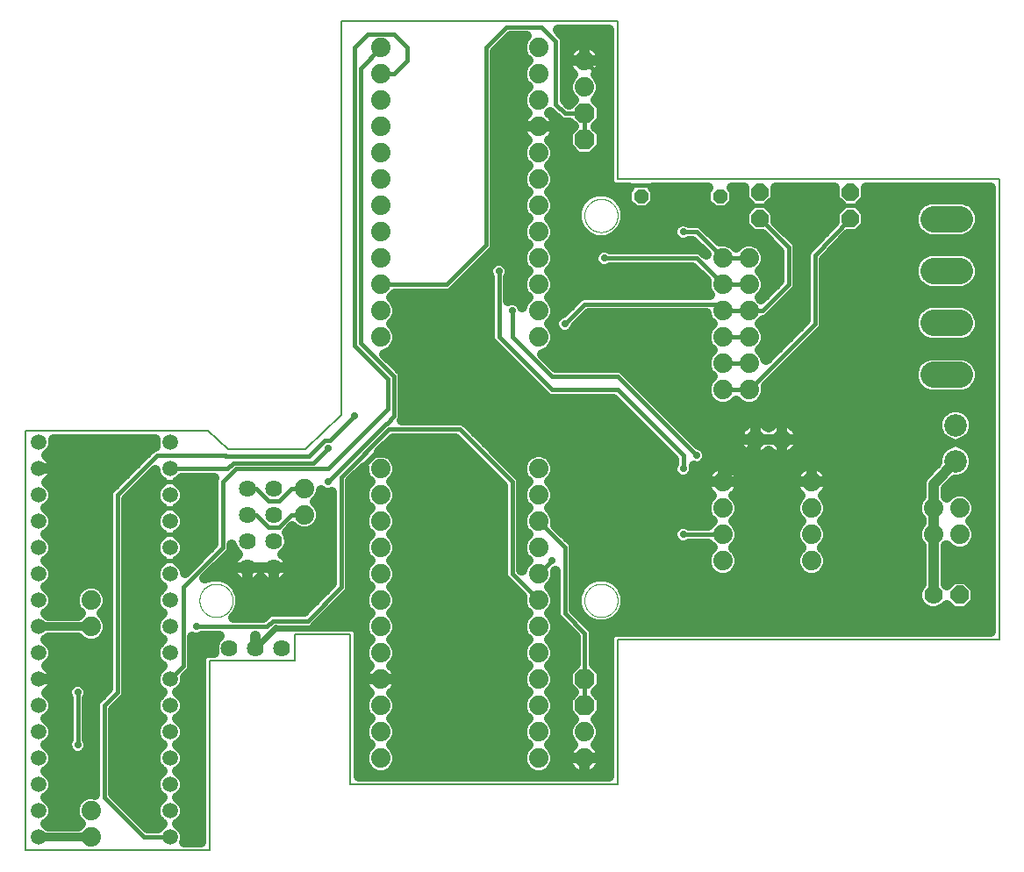
<source format=gtl>
G75*
%MOIN*%
%OFA0B0*%
%FSLAX25Y25*%
%IPPOS*%
%LPD*%
%AMOC8*
5,1,8,0,0,1.08239X$1,22.5*
%
%ADD10C,0.00600*%
%ADD11C,0.00000*%
%ADD12C,0.05943*%
%ADD13C,0.06400*%
%ADD14C,0.07400*%
%ADD15C,0.09900*%
%ADD16C,0.08600*%
%ADD17OC8,0.07600*%
%ADD18OC8,0.07000*%
%ADD19C,0.07000*%
%ADD20OC8,0.06600*%
%ADD21OC8,0.05600*%
%ADD22C,0.02778*%
%ADD23C,0.01600*%
%ADD24C,0.02400*%
%ADD25C,0.04000*%
%ADD26C,0.03200*%
D10*
X0003000Y0003000D02*
X0073000Y0003000D01*
X0073000Y0074750D01*
X0073000Y0075000D02*
X0105500Y0075000D01*
X0105500Y0085000D01*
X0126500Y0085000D01*
X0126500Y0028000D01*
X0228000Y0028000D01*
X0228000Y0083000D01*
X0373000Y0083000D01*
X0373000Y0258000D01*
X0228000Y0258000D01*
X0228000Y0318000D01*
X0123000Y0318000D01*
X0123000Y0168500D01*
X0109500Y0155500D01*
X0080000Y0155500D01*
X0072500Y0162500D01*
X0003000Y0162500D01*
X0003000Y0003000D01*
D11*
X0069201Y0098000D02*
X0069203Y0098158D01*
X0069209Y0098316D01*
X0069219Y0098474D01*
X0069233Y0098632D01*
X0069251Y0098789D01*
X0069272Y0098946D01*
X0069298Y0099102D01*
X0069328Y0099258D01*
X0069361Y0099413D01*
X0069399Y0099566D01*
X0069440Y0099719D01*
X0069485Y0099871D01*
X0069534Y0100022D01*
X0069587Y0100171D01*
X0069643Y0100319D01*
X0069703Y0100465D01*
X0069767Y0100610D01*
X0069835Y0100753D01*
X0069906Y0100895D01*
X0069980Y0101035D01*
X0070058Y0101172D01*
X0070140Y0101308D01*
X0070224Y0101442D01*
X0070313Y0101573D01*
X0070404Y0101702D01*
X0070499Y0101829D01*
X0070596Y0101954D01*
X0070697Y0102076D01*
X0070801Y0102195D01*
X0070908Y0102312D01*
X0071018Y0102426D01*
X0071131Y0102537D01*
X0071246Y0102646D01*
X0071364Y0102751D01*
X0071485Y0102853D01*
X0071608Y0102953D01*
X0071734Y0103049D01*
X0071862Y0103142D01*
X0071992Y0103232D01*
X0072125Y0103318D01*
X0072260Y0103402D01*
X0072396Y0103481D01*
X0072535Y0103558D01*
X0072676Y0103630D01*
X0072818Y0103700D01*
X0072962Y0103765D01*
X0073108Y0103827D01*
X0073255Y0103885D01*
X0073404Y0103940D01*
X0073554Y0103991D01*
X0073705Y0104038D01*
X0073857Y0104081D01*
X0074010Y0104120D01*
X0074165Y0104156D01*
X0074320Y0104187D01*
X0074476Y0104215D01*
X0074632Y0104239D01*
X0074789Y0104259D01*
X0074947Y0104275D01*
X0075104Y0104287D01*
X0075263Y0104295D01*
X0075421Y0104299D01*
X0075579Y0104299D01*
X0075737Y0104295D01*
X0075896Y0104287D01*
X0076053Y0104275D01*
X0076211Y0104259D01*
X0076368Y0104239D01*
X0076524Y0104215D01*
X0076680Y0104187D01*
X0076835Y0104156D01*
X0076990Y0104120D01*
X0077143Y0104081D01*
X0077295Y0104038D01*
X0077446Y0103991D01*
X0077596Y0103940D01*
X0077745Y0103885D01*
X0077892Y0103827D01*
X0078038Y0103765D01*
X0078182Y0103700D01*
X0078324Y0103630D01*
X0078465Y0103558D01*
X0078604Y0103481D01*
X0078740Y0103402D01*
X0078875Y0103318D01*
X0079008Y0103232D01*
X0079138Y0103142D01*
X0079266Y0103049D01*
X0079392Y0102953D01*
X0079515Y0102853D01*
X0079636Y0102751D01*
X0079754Y0102646D01*
X0079869Y0102537D01*
X0079982Y0102426D01*
X0080092Y0102312D01*
X0080199Y0102195D01*
X0080303Y0102076D01*
X0080404Y0101954D01*
X0080501Y0101829D01*
X0080596Y0101702D01*
X0080687Y0101573D01*
X0080776Y0101442D01*
X0080860Y0101308D01*
X0080942Y0101172D01*
X0081020Y0101035D01*
X0081094Y0100895D01*
X0081165Y0100753D01*
X0081233Y0100610D01*
X0081297Y0100465D01*
X0081357Y0100319D01*
X0081413Y0100171D01*
X0081466Y0100022D01*
X0081515Y0099871D01*
X0081560Y0099719D01*
X0081601Y0099566D01*
X0081639Y0099413D01*
X0081672Y0099258D01*
X0081702Y0099102D01*
X0081728Y0098946D01*
X0081749Y0098789D01*
X0081767Y0098632D01*
X0081781Y0098474D01*
X0081791Y0098316D01*
X0081797Y0098158D01*
X0081799Y0098000D01*
X0081797Y0097842D01*
X0081791Y0097684D01*
X0081781Y0097526D01*
X0081767Y0097368D01*
X0081749Y0097211D01*
X0081728Y0097054D01*
X0081702Y0096898D01*
X0081672Y0096742D01*
X0081639Y0096587D01*
X0081601Y0096434D01*
X0081560Y0096281D01*
X0081515Y0096129D01*
X0081466Y0095978D01*
X0081413Y0095829D01*
X0081357Y0095681D01*
X0081297Y0095535D01*
X0081233Y0095390D01*
X0081165Y0095247D01*
X0081094Y0095105D01*
X0081020Y0094965D01*
X0080942Y0094828D01*
X0080860Y0094692D01*
X0080776Y0094558D01*
X0080687Y0094427D01*
X0080596Y0094298D01*
X0080501Y0094171D01*
X0080404Y0094046D01*
X0080303Y0093924D01*
X0080199Y0093805D01*
X0080092Y0093688D01*
X0079982Y0093574D01*
X0079869Y0093463D01*
X0079754Y0093354D01*
X0079636Y0093249D01*
X0079515Y0093147D01*
X0079392Y0093047D01*
X0079266Y0092951D01*
X0079138Y0092858D01*
X0079008Y0092768D01*
X0078875Y0092682D01*
X0078740Y0092598D01*
X0078604Y0092519D01*
X0078465Y0092442D01*
X0078324Y0092370D01*
X0078182Y0092300D01*
X0078038Y0092235D01*
X0077892Y0092173D01*
X0077745Y0092115D01*
X0077596Y0092060D01*
X0077446Y0092009D01*
X0077295Y0091962D01*
X0077143Y0091919D01*
X0076990Y0091880D01*
X0076835Y0091844D01*
X0076680Y0091813D01*
X0076524Y0091785D01*
X0076368Y0091761D01*
X0076211Y0091741D01*
X0076053Y0091725D01*
X0075896Y0091713D01*
X0075737Y0091705D01*
X0075579Y0091701D01*
X0075421Y0091701D01*
X0075263Y0091705D01*
X0075104Y0091713D01*
X0074947Y0091725D01*
X0074789Y0091741D01*
X0074632Y0091761D01*
X0074476Y0091785D01*
X0074320Y0091813D01*
X0074165Y0091844D01*
X0074010Y0091880D01*
X0073857Y0091919D01*
X0073705Y0091962D01*
X0073554Y0092009D01*
X0073404Y0092060D01*
X0073255Y0092115D01*
X0073108Y0092173D01*
X0072962Y0092235D01*
X0072818Y0092300D01*
X0072676Y0092370D01*
X0072535Y0092442D01*
X0072396Y0092519D01*
X0072260Y0092598D01*
X0072125Y0092682D01*
X0071992Y0092768D01*
X0071862Y0092858D01*
X0071734Y0092951D01*
X0071608Y0093047D01*
X0071485Y0093147D01*
X0071364Y0093249D01*
X0071246Y0093354D01*
X0071131Y0093463D01*
X0071018Y0093574D01*
X0070908Y0093688D01*
X0070801Y0093805D01*
X0070697Y0093924D01*
X0070596Y0094046D01*
X0070499Y0094171D01*
X0070404Y0094298D01*
X0070313Y0094427D01*
X0070224Y0094558D01*
X0070140Y0094692D01*
X0070058Y0094828D01*
X0069980Y0094965D01*
X0069906Y0095105D01*
X0069835Y0095247D01*
X0069767Y0095390D01*
X0069703Y0095535D01*
X0069643Y0095681D01*
X0069587Y0095829D01*
X0069534Y0095978D01*
X0069485Y0096129D01*
X0069440Y0096281D01*
X0069399Y0096434D01*
X0069361Y0096587D01*
X0069328Y0096742D01*
X0069298Y0096898D01*
X0069272Y0097054D01*
X0069251Y0097211D01*
X0069233Y0097368D01*
X0069219Y0097526D01*
X0069209Y0097684D01*
X0069203Y0097842D01*
X0069201Y0098000D01*
X0215451Y0098000D02*
X0215453Y0098158D01*
X0215459Y0098316D01*
X0215469Y0098474D01*
X0215483Y0098632D01*
X0215501Y0098789D01*
X0215522Y0098946D01*
X0215548Y0099102D01*
X0215578Y0099258D01*
X0215611Y0099413D01*
X0215649Y0099566D01*
X0215690Y0099719D01*
X0215735Y0099871D01*
X0215784Y0100022D01*
X0215837Y0100171D01*
X0215893Y0100319D01*
X0215953Y0100465D01*
X0216017Y0100610D01*
X0216085Y0100753D01*
X0216156Y0100895D01*
X0216230Y0101035D01*
X0216308Y0101172D01*
X0216390Y0101308D01*
X0216474Y0101442D01*
X0216563Y0101573D01*
X0216654Y0101702D01*
X0216749Y0101829D01*
X0216846Y0101954D01*
X0216947Y0102076D01*
X0217051Y0102195D01*
X0217158Y0102312D01*
X0217268Y0102426D01*
X0217381Y0102537D01*
X0217496Y0102646D01*
X0217614Y0102751D01*
X0217735Y0102853D01*
X0217858Y0102953D01*
X0217984Y0103049D01*
X0218112Y0103142D01*
X0218242Y0103232D01*
X0218375Y0103318D01*
X0218510Y0103402D01*
X0218646Y0103481D01*
X0218785Y0103558D01*
X0218926Y0103630D01*
X0219068Y0103700D01*
X0219212Y0103765D01*
X0219358Y0103827D01*
X0219505Y0103885D01*
X0219654Y0103940D01*
X0219804Y0103991D01*
X0219955Y0104038D01*
X0220107Y0104081D01*
X0220260Y0104120D01*
X0220415Y0104156D01*
X0220570Y0104187D01*
X0220726Y0104215D01*
X0220882Y0104239D01*
X0221039Y0104259D01*
X0221197Y0104275D01*
X0221354Y0104287D01*
X0221513Y0104295D01*
X0221671Y0104299D01*
X0221829Y0104299D01*
X0221987Y0104295D01*
X0222146Y0104287D01*
X0222303Y0104275D01*
X0222461Y0104259D01*
X0222618Y0104239D01*
X0222774Y0104215D01*
X0222930Y0104187D01*
X0223085Y0104156D01*
X0223240Y0104120D01*
X0223393Y0104081D01*
X0223545Y0104038D01*
X0223696Y0103991D01*
X0223846Y0103940D01*
X0223995Y0103885D01*
X0224142Y0103827D01*
X0224288Y0103765D01*
X0224432Y0103700D01*
X0224574Y0103630D01*
X0224715Y0103558D01*
X0224854Y0103481D01*
X0224990Y0103402D01*
X0225125Y0103318D01*
X0225258Y0103232D01*
X0225388Y0103142D01*
X0225516Y0103049D01*
X0225642Y0102953D01*
X0225765Y0102853D01*
X0225886Y0102751D01*
X0226004Y0102646D01*
X0226119Y0102537D01*
X0226232Y0102426D01*
X0226342Y0102312D01*
X0226449Y0102195D01*
X0226553Y0102076D01*
X0226654Y0101954D01*
X0226751Y0101829D01*
X0226846Y0101702D01*
X0226937Y0101573D01*
X0227026Y0101442D01*
X0227110Y0101308D01*
X0227192Y0101172D01*
X0227270Y0101035D01*
X0227344Y0100895D01*
X0227415Y0100753D01*
X0227483Y0100610D01*
X0227547Y0100465D01*
X0227607Y0100319D01*
X0227663Y0100171D01*
X0227716Y0100022D01*
X0227765Y0099871D01*
X0227810Y0099719D01*
X0227851Y0099566D01*
X0227889Y0099413D01*
X0227922Y0099258D01*
X0227952Y0099102D01*
X0227978Y0098946D01*
X0227999Y0098789D01*
X0228017Y0098632D01*
X0228031Y0098474D01*
X0228041Y0098316D01*
X0228047Y0098158D01*
X0228049Y0098000D01*
X0228047Y0097842D01*
X0228041Y0097684D01*
X0228031Y0097526D01*
X0228017Y0097368D01*
X0227999Y0097211D01*
X0227978Y0097054D01*
X0227952Y0096898D01*
X0227922Y0096742D01*
X0227889Y0096587D01*
X0227851Y0096434D01*
X0227810Y0096281D01*
X0227765Y0096129D01*
X0227716Y0095978D01*
X0227663Y0095829D01*
X0227607Y0095681D01*
X0227547Y0095535D01*
X0227483Y0095390D01*
X0227415Y0095247D01*
X0227344Y0095105D01*
X0227270Y0094965D01*
X0227192Y0094828D01*
X0227110Y0094692D01*
X0227026Y0094558D01*
X0226937Y0094427D01*
X0226846Y0094298D01*
X0226751Y0094171D01*
X0226654Y0094046D01*
X0226553Y0093924D01*
X0226449Y0093805D01*
X0226342Y0093688D01*
X0226232Y0093574D01*
X0226119Y0093463D01*
X0226004Y0093354D01*
X0225886Y0093249D01*
X0225765Y0093147D01*
X0225642Y0093047D01*
X0225516Y0092951D01*
X0225388Y0092858D01*
X0225258Y0092768D01*
X0225125Y0092682D01*
X0224990Y0092598D01*
X0224854Y0092519D01*
X0224715Y0092442D01*
X0224574Y0092370D01*
X0224432Y0092300D01*
X0224288Y0092235D01*
X0224142Y0092173D01*
X0223995Y0092115D01*
X0223846Y0092060D01*
X0223696Y0092009D01*
X0223545Y0091962D01*
X0223393Y0091919D01*
X0223240Y0091880D01*
X0223085Y0091844D01*
X0222930Y0091813D01*
X0222774Y0091785D01*
X0222618Y0091761D01*
X0222461Y0091741D01*
X0222303Y0091725D01*
X0222146Y0091713D01*
X0221987Y0091705D01*
X0221829Y0091701D01*
X0221671Y0091701D01*
X0221513Y0091705D01*
X0221354Y0091713D01*
X0221197Y0091725D01*
X0221039Y0091741D01*
X0220882Y0091761D01*
X0220726Y0091785D01*
X0220570Y0091813D01*
X0220415Y0091844D01*
X0220260Y0091880D01*
X0220107Y0091919D01*
X0219955Y0091962D01*
X0219804Y0092009D01*
X0219654Y0092060D01*
X0219505Y0092115D01*
X0219358Y0092173D01*
X0219212Y0092235D01*
X0219068Y0092300D01*
X0218926Y0092370D01*
X0218785Y0092442D01*
X0218646Y0092519D01*
X0218510Y0092598D01*
X0218375Y0092682D01*
X0218242Y0092768D01*
X0218112Y0092858D01*
X0217984Y0092951D01*
X0217858Y0093047D01*
X0217735Y0093147D01*
X0217614Y0093249D01*
X0217496Y0093354D01*
X0217381Y0093463D01*
X0217268Y0093574D01*
X0217158Y0093688D01*
X0217051Y0093805D01*
X0216947Y0093924D01*
X0216846Y0094046D01*
X0216749Y0094171D01*
X0216654Y0094298D01*
X0216563Y0094427D01*
X0216474Y0094558D01*
X0216390Y0094692D01*
X0216308Y0094828D01*
X0216230Y0094965D01*
X0216156Y0095105D01*
X0216085Y0095247D01*
X0216017Y0095390D01*
X0215953Y0095535D01*
X0215893Y0095681D01*
X0215837Y0095829D01*
X0215784Y0095978D01*
X0215735Y0096129D01*
X0215690Y0096281D01*
X0215649Y0096434D01*
X0215611Y0096587D01*
X0215578Y0096742D01*
X0215548Y0096898D01*
X0215522Y0097054D01*
X0215501Y0097211D01*
X0215483Y0097368D01*
X0215469Y0097526D01*
X0215459Y0097684D01*
X0215453Y0097842D01*
X0215451Y0098000D01*
X0215451Y0244250D02*
X0215453Y0244408D01*
X0215459Y0244566D01*
X0215469Y0244724D01*
X0215483Y0244882D01*
X0215501Y0245039D01*
X0215522Y0245196D01*
X0215548Y0245352D01*
X0215578Y0245508D01*
X0215611Y0245663D01*
X0215649Y0245816D01*
X0215690Y0245969D01*
X0215735Y0246121D01*
X0215784Y0246272D01*
X0215837Y0246421D01*
X0215893Y0246569D01*
X0215953Y0246715D01*
X0216017Y0246860D01*
X0216085Y0247003D01*
X0216156Y0247145D01*
X0216230Y0247285D01*
X0216308Y0247422D01*
X0216390Y0247558D01*
X0216474Y0247692D01*
X0216563Y0247823D01*
X0216654Y0247952D01*
X0216749Y0248079D01*
X0216846Y0248204D01*
X0216947Y0248326D01*
X0217051Y0248445D01*
X0217158Y0248562D01*
X0217268Y0248676D01*
X0217381Y0248787D01*
X0217496Y0248896D01*
X0217614Y0249001D01*
X0217735Y0249103D01*
X0217858Y0249203D01*
X0217984Y0249299D01*
X0218112Y0249392D01*
X0218242Y0249482D01*
X0218375Y0249568D01*
X0218510Y0249652D01*
X0218646Y0249731D01*
X0218785Y0249808D01*
X0218926Y0249880D01*
X0219068Y0249950D01*
X0219212Y0250015D01*
X0219358Y0250077D01*
X0219505Y0250135D01*
X0219654Y0250190D01*
X0219804Y0250241D01*
X0219955Y0250288D01*
X0220107Y0250331D01*
X0220260Y0250370D01*
X0220415Y0250406D01*
X0220570Y0250437D01*
X0220726Y0250465D01*
X0220882Y0250489D01*
X0221039Y0250509D01*
X0221197Y0250525D01*
X0221354Y0250537D01*
X0221513Y0250545D01*
X0221671Y0250549D01*
X0221829Y0250549D01*
X0221987Y0250545D01*
X0222146Y0250537D01*
X0222303Y0250525D01*
X0222461Y0250509D01*
X0222618Y0250489D01*
X0222774Y0250465D01*
X0222930Y0250437D01*
X0223085Y0250406D01*
X0223240Y0250370D01*
X0223393Y0250331D01*
X0223545Y0250288D01*
X0223696Y0250241D01*
X0223846Y0250190D01*
X0223995Y0250135D01*
X0224142Y0250077D01*
X0224288Y0250015D01*
X0224432Y0249950D01*
X0224574Y0249880D01*
X0224715Y0249808D01*
X0224854Y0249731D01*
X0224990Y0249652D01*
X0225125Y0249568D01*
X0225258Y0249482D01*
X0225388Y0249392D01*
X0225516Y0249299D01*
X0225642Y0249203D01*
X0225765Y0249103D01*
X0225886Y0249001D01*
X0226004Y0248896D01*
X0226119Y0248787D01*
X0226232Y0248676D01*
X0226342Y0248562D01*
X0226449Y0248445D01*
X0226553Y0248326D01*
X0226654Y0248204D01*
X0226751Y0248079D01*
X0226846Y0247952D01*
X0226937Y0247823D01*
X0227026Y0247692D01*
X0227110Y0247558D01*
X0227192Y0247422D01*
X0227270Y0247285D01*
X0227344Y0247145D01*
X0227415Y0247003D01*
X0227483Y0246860D01*
X0227547Y0246715D01*
X0227607Y0246569D01*
X0227663Y0246421D01*
X0227716Y0246272D01*
X0227765Y0246121D01*
X0227810Y0245969D01*
X0227851Y0245816D01*
X0227889Y0245663D01*
X0227922Y0245508D01*
X0227952Y0245352D01*
X0227978Y0245196D01*
X0227999Y0245039D01*
X0228017Y0244882D01*
X0228031Y0244724D01*
X0228041Y0244566D01*
X0228047Y0244408D01*
X0228049Y0244250D01*
X0228047Y0244092D01*
X0228041Y0243934D01*
X0228031Y0243776D01*
X0228017Y0243618D01*
X0227999Y0243461D01*
X0227978Y0243304D01*
X0227952Y0243148D01*
X0227922Y0242992D01*
X0227889Y0242837D01*
X0227851Y0242684D01*
X0227810Y0242531D01*
X0227765Y0242379D01*
X0227716Y0242228D01*
X0227663Y0242079D01*
X0227607Y0241931D01*
X0227547Y0241785D01*
X0227483Y0241640D01*
X0227415Y0241497D01*
X0227344Y0241355D01*
X0227270Y0241215D01*
X0227192Y0241078D01*
X0227110Y0240942D01*
X0227026Y0240808D01*
X0226937Y0240677D01*
X0226846Y0240548D01*
X0226751Y0240421D01*
X0226654Y0240296D01*
X0226553Y0240174D01*
X0226449Y0240055D01*
X0226342Y0239938D01*
X0226232Y0239824D01*
X0226119Y0239713D01*
X0226004Y0239604D01*
X0225886Y0239499D01*
X0225765Y0239397D01*
X0225642Y0239297D01*
X0225516Y0239201D01*
X0225388Y0239108D01*
X0225258Y0239018D01*
X0225125Y0238932D01*
X0224990Y0238848D01*
X0224854Y0238769D01*
X0224715Y0238692D01*
X0224574Y0238620D01*
X0224432Y0238550D01*
X0224288Y0238485D01*
X0224142Y0238423D01*
X0223995Y0238365D01*
X0223846Y0238310D01*
X0223696Y0238259D01*
X0223545Y0238212D01*
X0223393Y0238169D01*
X0223240Y0238130D01*
X0223085Y0238094D01*
X0222930Y0238063D01*
X0222774Y0238035D01*
X0222618Y0238011D01*
X0222461Y0237991D01*
X0222303Y0237975D01*
X0222146Y0237963D01*
X0221987Y0237955D01*
X0221829Y0237951D01*
X0221671Y0237951D01*
X0221513Y0237955D01*
X0221354Y0237963D01*
X0221197Y0237975D01*
X0221039Y0237991D01*
X0220882Y0238011D01*
X0220726Y0238035D01*
X0220570Y0238063D01*
X0220415Y0238094D01*
X0220260Y0238130D01*
X0220107Y0238169D01*
X0219955Y0238212D01*
X0219804Y0238259D01*
X0219654Y0238310D01*
X0219505Y0238365D01*
X0219358Y0238423D01*
X0219212Y0238485D01*
X0219068Y0238550D01*
X0218926Y0238620D01*
X0218785Y0238692D01*
X0218646Y0238769D01*
X0218510Y0238848D01*
X0218375Y0238932D01*
X0218242Y0239018D01*
X0218112Y0239108D01*
X0217984Y0239201D01*
X0217858Y0239297D01*
X0217735Y0239397D01*
X0217614Y0239499D01*
X0217496Y0239604D01*
X0217381Y0239713D01*
X0217268Y0239824D01*
X0217158Y0239938D01*
X0217051Y0240055D01*
X0216947Y0240174D01*
X0216846Y0240296D01*
X0216749Y0240421D01*
X0216654Y0240548D01*
X0216563Y0240677D01*
X0216474Y0240808D01*
X0216390Y0240942D01*
X0216308Y0241078D01*
X0216230Y0241215D01*
X0216156Y0241355D01*
X0216085Y0241497D01*
X0216017Y0241640D01*
X0215953Y0241785D01*
X0215893Y0241931D01*
X0215837Y0242079D01*
X0215784Y0242228D01*
X0215735Y0242379D01*
X0215690Y0242531D01*
X0215649Y0242684D01*
X0215611Y0242837D01*
X0215578Y0242992D01*
X0215548Y0243148D01*
X0215522Y0243304D01*
X0215501Y0243461D01*
X0215483Y0243618D01*
X0215469Y0243776D01*
X0215459Y0243934D01*
X0215453Y0244092D01*
X0215451Y0244250D01*
D12*
X0058000Y0158000D03*
X0058000Y0148000D03*
X0058000Y0138000D03*
X0058000Y0128000D03*
X0058000Y0118000D03*
X0058000Y0108000D03*
X0058000Y0098000D03*
X0058000Y0088000D03*
X0058000Y0078000D03*
X0058000Y0068000D03*
X0058000Y0058000D03*
X0058000Y0048000D03*
X0058000Y0038000D03*
X0058000Y0028000D03*
X0058000Y0018000D03*
X0058000Y0008000D03*
X0008000Y0008000D03*
X0008000Y0018000D03*
X0008000Y0028000D03*
X0008000Y0038000D03*
X0008000Y0048000D03*
X0008000Y0058000D03*
X0008000Y0068000D03*
X0008000Y0078000D03*
X0008000Y0088000D03*
X0008000Y0098000D03*
X0008000Y0108000D03*
X0008000Y0118000D03*
X0008000Y0128000D03*
X0008000Y0138000D03*
X0008000Y0148000D03*
X0008000Y0158000D03*
D13*
X0087375Y0140500D03*
X0097375Y0140500D03*
X0097375Y0130500D03*
X0087375Y0130500D03*
X0087375Y0120500D03*
X0097375Y0120500D03*
X0097375Y0110500D03*
X0087375Y0110500D03*
X0090500Y0079875D03*
X0080500Y0079875D03*
X0100500Y0079875D03*
D14*
X0138000Y0078000D03*
X0138000Y0068000D03*
X0138000Y0058000D03*
X0138000Y0048000D03*
X0138000Y0038000D03*
X0138000Y0088000D03*
X0138000Y0098000D03*
X0138000Y0108000D03*
X0138000Y0118000D03*
X0138000Y0128000D03*
X0138000Y0138000D03*
X0138000Y0148000D03*
X0109000Y0140500D03*
X0109000Y0130500D03*
X0028000Y0098000D03*
X0028000Y0088000D03*
X0028000Y0018000D03*
X0028000Y0008000D03*
X0198000Y0038000D03*
X0198000Y0048000D03*
X0198000Y0058000D03*
X0198000Y0068000D03*
X0198000Y0078000D03*
X0198000Y0088000D03*
X0198000Y0098000D03*
X0198000Y0108000D03*
X0198000Y0118000D03*
X0198000Y0128000D03*
X0198000Y0138000D03*
X0198000Y0148000D03*
X0198000Y0198000D03*
X0198000Y0208000D03*
X0198000Y0218000D03*
X0198000Y0228000D03*
X0198000Y0238000D03*
X0198000Y0248000D03*
X0198000Y0258000D03*
X0198000Y0268000D03*
X0198000Y0278000D03*
X0198000Y0288000D03*
X0198000Y0298000D03*
X0198000Y0308000D03*
X0215500Y0303000D03*
X0215500Y0293000D03*
X0138000Y0288000D03*
X0138000Y0278000D03*
X0138000Y0268000D03*
X0138000Y0258000D03*
X0138000Y0248000D03*
X0138000Y0238000D03*
X0138000Y0228000D03*
X0138000Y0218000D03*
X0138000Y0208000D03*
X0138000Y0198000D03*
X0138000Y0298000D03*
X0138000Y0308000D03*
X0268000Y0228000D03*
X0278000Y0228000D03*
X0278000Y0218000D03*
X0268000Y0218000D03*
X0268000Y0208000D03*
X0278000Y0208000D03*
X0278000Y0198000D03*
X0268000Y0198000D03*
X0268000Y0188000D03*
X0278000Y0188000D03*
X0278000Y0178000D03*
X0268000Y0178000D03*
X0280500Y0159250D03*
X0290500Y0159250D03*
X0301750Y0143000D03*
X0301750Y0133000D03*
X0301750Y0123000D03*
X0301750Y0113000D03*
X0268000Y0113000D03*
X0268000Y0123000D03*
X0268000Y0133000D03*
X0268000Y0143000D03*
X0348000Y0133000D03*
X0358000Y0133000D03*
X0358000Y0123000D03*
X0348000Y0123000D03*
X0215500Y0048000D03*
X0215500Y0038000D03*
D15*
X0348050Y0183657D02*
X0357950Y0183657D01*
X0357950Y0203343D02*
X0348050Y0203343D01*
X0348050Y0223157D02*
X0357950Y0223157D01*
X0357950Y0242843D02*
X0348050Y0242843D01*
D16*
X0356500Y0164587D03*
X0356500Y0150807D03*
D17*
X0215500Y0068000D03*
X0215500Y0058000D03*
X0215500Y0273000D03*
X0215500Y0283000D03*
D18*
X0358000Y0100000D03*
D19*
X0348000Y0100000D03*
D20*
X0316500Y0243000D03*
X0316500Y0253000D03*
X0282000Y0253000D03*
X0282000Y0243000D03*
D21*
X0267000Y0251500D03*
X0237000Y0251500D03*
D22*
X0253000Y0238000D03*
X0223000Y0228000D03*
X0208000Y0203000D03*
X0188000Y0208000D03*
X0183000Y0223000D03*
X0128000Y0168000D03*
X0118000Y0155889D03*
X0118000Y0143000D03*
X0078000Y0113000D03*
X0073000Y0123000D03*
X0048000Y0133000D03*
X0033000Y0133000D03*
X0068000Y0088000D03*
X0068000Y0073000D03*
X0023000Y0063000D03*
X0023000Y0043000D03*
X0068000Y0013000D03*
X0203000Y0113000D03*
X0253000Y0123000D03*
X0253000Y0148000D03*
X0258000Y0153000D03*
D23*
X0228000Y0183000D01*
X0203000Y0183000D01*
X0188000Y0198000D01*
X0188000Y0208000D01*
X0183000Y0198000D02*
X0183000Y0223000D01*
X0178000Y0233000D02*
X0163000Y0218000D01*
X0138000Y0218000D01*
X0130300Y0195654D02*
X0137954Y0188000D01*
X0138000Y0188000D01*
X0143000Y0183000D01*
X0143000Y0168000D01*
X0140300Y0165300D01*
X0140232Y0165300D01*
X0120700Y0145768D01*
X0120700Y0145700D01*
X0118000Y0143000D01*
X0118000Y0148000D02*
X0083000Y0148000D01*
X0078000Y0143000D01*
X0078000Y0118000D01*
X0063000Y0103000D01*
X0063000Y0073000D01*
X0058000Y0068000D01*
X0038000Y0063000D02*
X0038000Y0138000D01*
X0053000Y0153000D01*
X0079030Y0153000D01*
X0079130Y0152900D01*
X0110925Y0152900D01*
X0116803Y0158778D01*
X0118778Y0158778D01*
X0128000Y0168000D01*
X0140700Y0170700D02*
X0118000Y0148000D01*
X0112411Y0150300D02*
X0082047Y0150300D01*
X0079747Y0148000D01*
X0058000Y0148000D01*
X0063000Y0143000D02*
X0053000Y0143000D01*
X0063000Y0143000D02*
X0063000Y0113000D01*
X0053000Y0113000D01*
X0053000Y0123000D01*
X0073000Y0123000D01*
X0063000Y0133000D01*
X0048000Y0133000D01*
X0033000Y0133000D02*
X0018000Y0148000D01*
X0008000Y0148000D01*
X0068000Y0088000D02*
X0094747Y0088000D01*
X0097047Y0090300D01*
X0110300Y0090300D01*
X0123000Y0103000D01*
X0123000Y0144815D01*
X0141185Y0163000D01*
X0168000Y0163000D01*
X0188000Y0143000D01*
X0188000Y0108000D01*
X0198000Y0098000D01*
X0208000Y0093000D02*
X0215500Y0085500D01*
X0215500Y0068000D01*
X0215500Y0058000D01*
X0208000Y0093000D02*
X0208000Y0118000D01*
X0198000Y0128000D01*
X0203000Y0113000D02*
X0198000Y0108000D01*
X0253000Y0123000D02*
X0268000Y0123000D01*
X0268000Y0143000D02*
X0267195Y0143000D01*
X0268000Y0143000D02*
X0268006Y0143000D01*
X0253000Y0148000D02*
X0253000Y0153000D01*
X0228000Y0178000D01*
X0203000Y0178000D01*
X0183000Y0198000D01*
X0208000Y0203000D02*
X0215500Y0210500D01*
X0265500Y0210500D01*
X0268000Y0208000D01*
X0278000Y0208000D01*
X0283000Y0208000D01*
X0293000Y0218000D01*
X0293000Y0232000D01*
X0282000Y0243000D01*
X0288000Y0248000D02*
X0293000Y0243000D01*
X0303000Y0229000D02*
X0316500Y0243000D01*
X0323000Y0248000D02*
X0269581Y0248000D01*
X0268781Y0247200D01*
X0265219Y0247200D01*
X0256519Y0255900D01*
X0227130Y0255900D01*
X0225900Y0257130D01*
X0225900Y0292600D01*
X0215500Y0303000D01*
X0204450Y0310598D02*
X0199148Y0315900D01*
X0185900Y0315900D01*
X0178000Y0308000D01*
X0178000Y0233000D01*
X0223000Y0228000D02*
X0258000Y0228000D01*
X0268000Y0218000D01*
X0278000Y0218000D01*
X0278000Y0228000D02*
X0268000Y0228000D01*
X0258000Y0238000D01*
X0253000Y0238000D01*
X0267000Y0251500D02*
X0268000Y0252500D01*
X0303000Y0229000D02*
X0303000Y0203000D01*
X0278000Y0178000D01*
X0268000Y0178000D01*
X0268000Y0188000D02*
X0278000Y0188000D01*
X0278000Y0198000D02*
X0268000Y0198000D01*
X0316000Y0253000D02*
X0316500Y0253000D01*
X0215500Y0273000D02*
X0215500Y0283000D01*
X0208000Y0283000D01*
X0204450Y0286550D01*
X0204450Y0310598D01*
X0148000Y0308000D02*
X0148000Y0303000D01*
X0143000Y0298000D01*
X0138000Y0298000D01*
X0130300Y0300300D02*
X0130300Y0195654D01*
X0128000Y0194701D02*
X0128000Y0308000D01*
X0133000Y0313000D01*
X0135646Y0313000D01*
X0135846Y0313200D01*
X0140154Y0313200D01*
X0140354Y0313000D01*
X0143000Y0313000D01*
X0148000Y0308000D01*
X0138000Y0308000D02*
X0130300Y0300300D01*
X0128000Y0194701D02*
X0137001Y0185700D01*
X0137047Y0185700D01*
X0140700Y0182047D01*
X0140700Y0170700D01*
X0118000Y0155889D02*
X0112411Y0150300D01*
X0109000Y0140500D02*
X0104022Y0140500D01*
X0099322Y0135800D01*
X0095428Y0135800D01*
X0090728Y0140500D01*
X0087375Y0140500D01*
X0087375Y0130500D02*
X0090728Y0130500D01*
X0095428Y0125800D01*
X0099322Y0125800D01*
X0104022Y0130500D01*
X0109000Y0130500D01*
X0098000Y0088000D02*
X0090500Y0080500D01*
X0090500Y0079875D01*
X0038000Y0063000D02*
X0033000Y0058000D01*
X0033000Y0023000D01*
X0048000Y0008000D01*
X0058000Y0008000D01*
X0023000Y0043000D02*
X0023000Y0063000D01*
D24*
X0090500Y0079875D02*
X0090500Y0079934D01*
X0098166Y0087600D01*
X0117600Y0087600D01*
X0129680Y0087600D01*
X0129680Y0147600D01*
X0135680Y0153600D01*
X0140320Y0153600D01*
X0143600Y0150320D01*
X0143600Y0077400D01*
X0148000Y0073000D01*
X0143000Y0068000D01*
X0138000Y0068000D01*
X0118000Y0088000D02*
X0117600Y0087600D01*
X0198000Y0168000D02*
X0213000Y0153000D01*
X0228000Y0153000D01*
X0238000Y0143000D01*
X0267195Y0143000D01*
X0268006Y0143000D01*
X0301750Y0143000D01*
X0280500Y0159250D02*
X0268000Y0143000D01*
D25*
X0274700Y0143000D01*
X0274700Y0143439D01*
X0274585Y0144310D01*
X0274358Y0145158D01*
X0274022Y0145970D01*
X0273583Y0146730D01*
X0273048Y0147427D01*
X0272427Y0148048D01*
X0271730Y0148583D01*
X0270970Y0149022D01*
X0270158Y0149358D01*
X0269310Y0149585D01*
X0268439Y0149700D01*
X0268000Y0149700D01*
X0268000Y0143000D01*
X0268000Y0143000D01*
X0268000Y0143000D01*
X0274700Y0143000D01*
X0274700Y0142561D01*
X0274585Y0141690D01*
X0274358Y0140842D01*
X0274022Y0140030D01*
X0273583Y0139270D01*
X0273048Y0138573D01*
X0272427Y0137952D01*
X0272241Y0137809D01*
X0273426Y0136625D01*
X0274400Y0134273D01*
X0274400Y0131727D01*
X0273426Y0129375D01*
X0272051Y0128000D01*
X0273426Y0126625D01*
X0274400Y0124273D01*
X0274400Y0121727D01*
X0273426Y0119375D01*
X0272051Y0118000D01*
X0273426Y0116625D01*
X0274400Y0114273D01*
X0274400Y0111727D01*
X0273426Y0109375D01*
X0271625Y0107574D01*
X0269273Y0106600D01*
X0266727Y0106600D01*
X0264375Y0107574D01*
X0262574Y0109375D01*
X0261600Y0111727D01*
X0261600Y0114273D01*
X0262574Y0116625D01*
X0263949Y0118000D01*
X0262574Y0119375D01*
X0262522Y0119500D01*
X0255235Y0119500D01*
X0253813Y0118911D01*
X0252187Y0118911D01*
X0250684Y0119534D01*
X0249534Y0120684D01*
X0248911Y0122187D01*
X0248911Y0123813D01*
X0249534Y0125316D01*
X0250684Y0126466D01*
X0252187Y0127089D01*
X0253813Y0127089D01*
X0255235Y0126500D01*
X0262522Y0126500D01*
X0262574Y0126625D01*
X0263949Y0128000D01*
X0262574Y0129375D01*
X0261600Y0131727D01*
X0261600Y0134273D01*
X0262574Y0136625D01*
X0263758Y0137809D01*
X0263573Y0137952D01*
X0262952Y0138573D01*
X0262417Y0139270D01*
X0261978Y0140030D01*
X0261642Y0140842D01*
X0261415Y0141690D01*
X0261300Y0142561D01*
X0261300Y0143000D01*
X0268000Y0143000D01*
X0268000Y0143000D01*
X0268000Y0149700D01*
X0267561Y0149700D01*
X0266690Y0149585D01*
X0265842Y0149358D01*
X0265030Y0149022D01*
X0264270Y0148583D01*
X0263573Y0148048D01*
X0262952Y0147427D01*
X0262417Y0146730D01*
X0261978Y0145970D01*
X0261642Y0145158D01*
X0261415Y0144310D01*
X0261300Y0143439D01*
X0261300Y0143000D01*
X0268000Y0143000D01*
X0268000Y0145937D02*
X0268000Y0145937D01*
X0274035Y0145937D02*
X0295715Y0145937D01*
X0295728Y0145970D02*
X0295392Y0145158D01*
X0295165Y0144310D01*
X0295050Y0143439D01*
X0295050Y0143000D01*
X0301750Y0143000D01*
X0308450Y0143000D01*
X0308450Y0143439D01*
X0308335Y0144310D01*
X0308108Y0145158D01*
X0307772Y0145970D01*
X0307333Y0146730D01*
X0306798Y0147427D01*
X0306177Y0148048D01*
X0305480Y0148583D01*
X0304720Y0149022D01*
X0303908Y0149358D01*
X0303060Y0149585D01*
X0302189Y0149700D01*
X0301750Y0149700D01*
X0301750Y0143000D01*
X0301750Y0143000D01*
X0301750Y0143000D01*
X0308450Y0143000D01*
X0308450Y0142561D01*
X0308335Y0141690D01*
X0308108Y0140842D01*
X0307772Y0140030D01*
X0307333Y0139270D01*
X0306798Y0138573D01*
X0306177Y0137952D01*
X0305991Y0137809D01*
X0307176Y0136625D01*
X0308150Y0134273D01*
X0308150Y0131727D01*
X0307176Y0129375D01*
X0305801Y0128000D01*
X0307176Y0126625D01*
X0308150Y0124273D01*
X0308150Y0121727D01*
X0307176Y0119375D01*
X0305801Y0118000D01*
X0307176Y0116625D01*
X0308150Y0114273D01*
X0308150Y0111727D01*
X0307176Y0109375D01*
X0305375Y0107574D01*
X0303023Y0106600D01*
X0300477Y0106600D01*
X0298125Y0107574D01*
X0296324Y0109375D01*
X0295350Y0111727D01*
X0295350Y0114273D01*
X0296324Y0116625D01*
X0297699Y0118000D01*
X0296324Y0119375D01*
X0295350Y0121727D01*
X0295350Y0124273D01*
X0296324Y0126625D01*
X0297699Y0128000D01*
X0296324Y0129375D01*
X0295350Y0131727D01*
X0295350Y0134273D01*
X0296324Y0136625D01*
X0297508Y0137809D01*
X0297323Y0137952D01*
X0296702Y0138573D01*
X0296167Y0139270D01*
X0295728Y0140030D01*
X0295392Y0140842D01*
X0295165Y0141690D01*
X0295050Y0142561D01*
X0295050Y0143000D01*
X0301750Y0143000D01*
X0301750Y0143000D01*
X0301750Y0149700D01*
X0301311Y0149700D01*
X0300440Y0149585D01*
X0299592Y0149358D01*
X0298780Y0149022D01*
X0298020Y0148583D01*
X0297323Y0148048D01*
X0296702Y0147427D01*
X0296167Y0146730D01*
X0295728Y0145970D01*
X0295132Y0141939D02*
X0274618Y0141939D01*
X0272412Y0137940D02*
X0297338Y0137940D01*
X0295350Y0133942D02*
X0274400Y0133942D01*
X0273661Y0129943D02*
X0296089Y0129943D01*
X0296043Y0125945D02*
X0273707Y0125945D01*
X0274400Y0121946D02*
X0295350Y0121946D01*
X0297647Y0117948D02*
X0272103Y0117948D01*
X0274400Y0113949D02*
X0295350Y0113949D01*
X0296086Y0109951D02*
X0273664Y0109951D01*
X0263897Y0117948D02*
X0211500Y0117948D01*
X0211500Y0118696D02*
X0210967Y0119983D01*
X0204348Y0126602D01*
X0204400Y0126727D01*
X0204400Y0129273D01*
X0203426Y0131625D01*
X0202051Y0133000D01*
X0203426Y0134375D01*
X0204400Y0136727D01*
X0204400Y0139273D01*
X0203426Y0141625D01*
X0202051Y0143000D01*
X0203426Y0144375D01*
X0204400Y0146727D01*
X0204400Y0149273D01*
X0203426Y0151625D01*
X0201625Y0153426D01*
X0199273Y0154400D01*
X0196727Y0154400D01*
X0194375Y0153426D01*
X0192574Y0151625D01*
X0191600Y0149273D01*
X0191600Y0146727D01*
X0192574Y0144375D01*
X0193949Y0143000D01*
X0192574Y0141625D01*
X0191600Y0139273D01*
X0191600Y0136727D01*
X0192574Y0134375D01*
X0193949Y0133000D01*
X0192574Y0131625D01*
X0191600Y0129273D01*
X0191600Y0126727D01*
X0192574Y0124375D01*
X0193949Y0123000D01*
X0192574Y0121625D01*
X0191600Y0119273D01*
X0191600Y0116727D01*
X0192574Y0114375D01*
X0193949Y0113000D01*
X0192574Y0111625D01*
X0191622Y0109327D01*
X0191500Y0109450D01*
X0191500Y0143696D01*
X0190967Y0144983D01*
X0189983Y0145967D01*
X0170967Y0164983D01*
X0169983Y0165967D01*
X0168696Y0166500D01*
X0146167Y0166500D01*
X0146500Y0167304D01*
X0146500Y0183696D01*
X0145967Y0184983D01*
X0140967Y0189983D01*
X0139983Y0190967D01*
X0139904Y0191000D01*
X0139295Y0191609D01*
X0141625Y0192574D01*
X0143426Y0194375D01*
X0144400Y0196727D01*
X0144400Y0199273D01*
X0143426Y0201625D01*
X0142051Y0203000D01*
X0143426Y0204375D01*
X0144400Y0206727D01*
X0144400Y0209273D01*
X0143426Y0211625D01*
X0142051Y0213000D01*
X0143426Y0214375D01*
X0143478Y0214500D01*
X0163696Y0214500D01*
X0164983Y0215033D01*
X0165967Y0216017D01*
X0180967Y0231017D01*
X0181500Y0232304D01*
X0181500Y0306550D01*
X0187350Y0312400D01*
X0193349Y0312400D01*
X0192574Y0311625D01*
X0191600Y0309273D01*
X0191600Y0306727D01*
X0192574Y0304375D01*
X0193949Y0303000D01*
X0192574Y0301625D01*
X0191600Y0299273D01*
X0191600Y0296727D01*
X0192574Y0294375D01*
X0193949Y0293000D01*
X0192574Y0291625D01*
X0191600Y0289273D01*
X0191600Y0286727D01*
X0192574Y0284375D01*
X0193758Y0283191D01*
X0193573Y0283048D01*
X0192952Y0282427D01*
X0192417Y0281730D01*
X0191978Y0280970D01*
X0191642Y0280158D01*
X0191415Y0279310D01*
X0191300Y0278439D01*
X0191300Y0278000D01*
X0198000Y0278000D01*
X0204700Y0278000D01*
X0204700Y0278439D01*
X0204585Y0279310D01*
X0204358Y0280158D01*
X0204022Y0280970D01*
X0203583Y0281730D01*
X0203048Y0282427D01*
X0202427Y0283048D01*
X0202241Y0283191D01*
X0202551Y0283500D01*
X0206017Y0280033D01*
X0207304Y0279500D01*
X0209808Y0279500D01*
X0211308Y0278000D01*
X0209000Y0275692D01*
X0209000Y0270308D01*
X0212808Y0266500D01*
X0218192Y0266500D01*
X0222000Y0270308D01*
X0222000Y0275692D01*
X0219692Y0278000D01*
X0222000Y0280308D01*
X0222000Y0285692D01*
X0219622Y0288071D01*
X0220926Y0289375D01*
X0221900Y0291727D01*
X0221900Y0294273D01*
X0220926Y0296625D01*
X0219741Y0297809D01*
X0219927Y0297952D01*
X0220548Y0298573D01*
X0221083Y0299270D01*
X0221522Y0300030D01*
X0221858Y0300842D01*
X0222085Y0301690D01*
X0222200Y0302561D01*
X0222200Y0303000D01*
X0222200Y0303439D01*
X0222085Y0304310D01*
X0221858Y0305158D01*
X0221522Y0305970D01*
X0221083Y0306730D01*
X0220548Y0307427D01*
X0219927Y0308048D01*
X0219230Y0308583D01*
X0218470Y0309022D01*
X0217658Y0309358D01*
X0216810Y0309585D01*
X0215939Y0309700D01*
X0215500Y0309700D01*
X0215500Y0303000D01*
X0215500Y0303000D01*
X0222200Y0303000D01*
X0215500Y0303000D01*
X0215500Y0303000D01*
X0215500Y0303000D01*
X0208800Y0303000D01*
X0208800Y0303439D01*
X0208915Y0304310D01*
X0209142Y0305158D01*
X0209478Y0305970D01*
X0209917Y0306730D01*
X0210452Y0307427D01*
X0211073Y0308048D01*
X0211770Y0308583D01*
X0212530Y0309022D01*
X0213342Y0309358D01*
X0214190Y0309585D01*
X0215061Y0309700D01*
X0215500Y0309700D01*
X0215500Y0303000D01*
X0208800Y0303000D01*
X0208800Y0302561D01*
X0208915Y0301690D01*
X0209142Y0300842D01*
X0209478Y0300030D01*
X0209917Y0299270D01*
X0210452Y0298573D01*
X0211073Y0297952D01*
X0211258Y0297809D01*
X0210074Y0296625D01*
X0209100Y0294273D01*
X0209100Y0291727D01*
X0210074Y0289375D01*
X0211378Y0288071D01*
X0209808Y0286500D01*
X0209450Y0286500D01*
X0207950Y0288000D01*
X0207950Y0311294D01*
X0207417Y0312580D01*
X0205297Y0314700D01*
X0224700Y0314700D01*
X0224700Y0257344D01*
X0225202Y0256131D01*
X0226131Y0255202D01*
X0227344Y0254700D01*
X0232422Y0254700D01*
X0231500Y0253778D01*
X0231500Y0249222D01*
X0234722Y0246000D01*
X0239278Y0246000D01*
X0242500Y0249222D01*
X0242500Y0253778D01*
X0241578Y0254700D01*
X0262422Y0254700D01*
X0261500Y0253778D01*
X0261500Y0249222D01*
X0264722Y0246000D01*
X0269278Y0246000D01*
X0272500Y0249222D01*
X0272500Y0253778D01*
X0271578Y0254700D01*
X0276000Y0254700D01*
X0276000Y0250515D01*
X0278515Y0248000D01*
X0276000Y0245485D01*
X0276000Y0240515D01*
X0279515Y0237000D01*
X0283050Y0237000D01*
X0289500Y0230550D01*
X0289500Y0219450D01*
X0282551Y0212500D01*
X0282051Y0213000D01*
X0283426Y0214375D01*
X0284400Y0216727D01*
X0284400Y0219273D01*
X0283426Y0221625D01*
X0282051Y0223000D01*
X0283426Y0224375D01*
X0284400Y0226727D01*
X0284400Y0229273D01*
X0283426Y0231625D01*
X0281625Y0233426D01*
X0279273Y0234400D01*
X0276727Y0234400D01*
X0274375Y0233426D01*
X0273000Y0232051D01*
X0271625Y0233426D01*
X0269273Y0234400D01*
X0266727Y0234400D01*
X0266602Y0234348D01*
X0259983Y0240967D01*
X0258696Y0241500D01*
X0255235Y0241500D01*
X0253813Y0242089D01*
X0252187Y0242089D01*
X0250684Y0241466D01*
X0249534Y0240316D01*
X0248911Y0238813D01*
X0248911Y0237187D01*
X0249534Y0235684D01*
X0250684Y0234534D01*
X0252187Y0233911D01*
X0253813Y0233911D01*
X0255235Y0234500D01*
X0256550Y0234500D01*
X0261652Y0229398D01*
X0261622Y0229327D01*
X0259983Y0230967D01*
X0258696Y0231500D01*
X0225235Y0231500D01*
X0223813Y0232089D01*
X0222187Y0232089D01*
X0220684Y0231466D01*
X0219534Y0230316D01*
X0218911Y0228813D01*
X0218911Y0227187D01*
X0219534Y0225684D01*
X0220684Y0224534D01*
X0222187Y0223911D01*
X0223813Y0223911D01*
X0225235Y0224500D01*
X0256550Y0224500D01*
X0261652Y0219398D01*
X0261600Y0219273D01*
X0261600Y0216727D01*
X0262574Y0214375D01*
X0262949Y0214000D01*
X0214804Y0214000D01*
X0213517Y0213467D01*
X0212533Y0212483D01*
X0212533Y0212483D01*
X0207106Y0207055D01*
X0205684Y0206466D01*
X0204534Y0205316D01*
X0203911Y0203813D01*
X0203911Y0202187D01*
X0204534Y0200684D01*
X0205684Y0199534D01*
X0207187Y0198911D01*
X0208813Y0198911D01*
X0210316Y0199534D01*
X0211466Y0200684D01*
X0212055Y0202106D01*
X0216950Y0207000D01*
X0261600Y0207000D01*
X0261600Y0206727D01*
X0262574Y0204375D01*
X0263949Y0203000D01*
X0262574Y0201625D01*
X0261600Y0199273D01*
X0261600Y0196727D01*
X0262574Y0194375D01*
X0263949Y0193000D01*
X0262574Y0191625D01*
X0261600Y0189273D01*
X0261600Y0186727D01*
X0262574Y0184375D01*
X0263949Y0183000D01*
X0262574Y0181625D01*
X0261600Y0179273D01*
X0261600Y0176727D01*
X0262574Y0174375D01*
X0264375Y0172574D01*
X0266727Y0171600D01*
X0269273Y0171600D01*
X0271625Y0172574D01*
X0273000Y0173949D01*
X0274375Y0172574D01*
X0276727Y0171600D01*
X0279273Y0171600D01*
X0281625Y0172574D01*
X0283426Y0174375D01*
X0284400Y0176727D01*
X0284400Y0179273D01*
X0284348Y0179398D01*
X0305967Y0201017D01*
X0306500Y0202304D01*
X0306500Y0227587D01*
X0315576Y0237000D01*
X0318985Y0237000D01*
X0322500Y0240515D01*
X0322500Y0245485D01*
X0319985Y0248000D01*
X0322500Y0250515D01*
X0322500Y0254700D01*
X0369700Y0254700D01*
X0369700Y0086300D01*
X0227344Y0086300D01*
X0226131Y0085798D01*
X0225202Y0084869D01*
X0224700Y0083656D01*
X0224700Y0031300D01*
X0129800Y0031300D01*
X0129800Y0085656D01*
X0129298Y0086869D01*
X0128369Y0087798D01*
X0127156Y0088300D01*
X0113250Y0088300D01*
X0113267Y0088317D01*
X0124983Y0100033D01*
X0125967Y0101017D01*
X0126500Y0102304D01*
X0126500Y0143365D01*
X0131600Y0148465D01*
X0131600Y0146727D01*
X0132574Y0144375D01*
X0133949Y0143000D01*
X0132574Y0141625D01*
X0131600Y0139273D01*
X0131600Y0136727D01*
X0132574Y0134375D01*
X0133949Y0133000D01*
X0132574Y0131625D01*
X0131600Y0129273D01*
X0131600Y0126727D01*
X0132574Y0124375D01*
X0133949Y0123000D01*
X0132574Y0121625D01*
X0131600Y0119273D01*
X0131600Y0116727D01*
X0132574Y0114375D01*
X0133949Y0113000D01*
X0132574Y0111625D01*
X0131600Y0109273D01*
X0131600Y0106727D01*
X0132574Y0104375D01*
X0133949Y0103000D01*
X0132574Y0101625D01*
X0131600Y0099273D01*
X0131600Y0096727D01*
X0132574Y0094375D01*
X0133949Y0093000D01*
X0132574Y0091625D01*
X0131600Y0089273D01*
X0131600Y0086727D01*
X0132574Y0084375D01*
X0133949Y0083000D01*
X0132574Y0081625D01*
X0131600Y0079273D01*
X0131600Y0076727D01*
X0132574Y0074375D01*
X0133758Y0073191D01*
X0133573Y0073048D01*
X0132952Y0072427D01*
X0132417Y0071730D01*
X0131978Y0070970D01*
X0131642Y0070158D01*
X0131415Y0069310D01*
X0131300Y0068439D01*
X0131300Y0068000D01*
X0138000Y0068000D01*
X0144700Y0068000D01*
X0144700Y0068439D01*
X0144585Y0069310D01*
X0144358Y0070158D01*
X0144022Y0070970D01*
X0143583Y0071730D01*
X0143048Y0072427D01*
X0142427Y0073048D01*
X0142241Y0073191D01*
X0143426Y0074375D01*
X0144400Y0076727D01*
X0144400Y0079273D01*
X0143426Y0081625D01*
X0142051Y0083000D01*
X0143426Y0084375D01*
X0144400Y0086727D01*
X0144400Y0089273D01*
X0143426Y0091625D01*
X0142051Y0093000D01*
X0143426Y0094375D01*
X0144400Y0096727D01*
X0144400Y0099273D01*
X0143426Y0101625D01*
X0142051Y0103000D01*
X0143426Y0104375D01*
X0144400Y0106727D01*
X0144400Y0109273D01*
X0143426Y0111625D01*
X0142051Y0113000D01*
X0143426Y0114375D01*
X0144400Y0116727D01*
X0144400Y0119273D01*
X0143426Y0121625D01*
X0142051Y0123000D01*
X0143426Y0124375D01*
X0144400Y0126727D01*
X0144400Y0129273D01*
X0143426Y0131625D01*
X0142051Y0133000D01*
X0143426Y0134375D01*
X0144400Y0136727D01*
X0144400Y0139273D01*
X0143426Y0141625D01*
X0142051Y0143000D01*
X0143426Y0144375D01*
X0144400Y0146727D01*
X0144400Y0149273D01*
X0143426Y0151625D01*
X0141625Y0153426D01*
X0139273Y0154400D01*
X0137535Y0154400D01*
X0142635Y0159500D01*
X0166550Y0159500D01*
X0184500Y0141550D01*
X0184500Y0107304D01*
X0185033Y0106017D01*
X0191652Y0099398D01*
X0191600Y0099273D01*
X0191600Y0096727D01*
X0192574Y0094375D01*
X0193949Y0093000D01*
X0192574Y0091625D01*
X0191600Y0089273D01*
X0191600Y0086727D01*
X0192574Y0084375D01*
X0193949Y0083000D01*
X0192574Y0081625D01*
X0191600Y0079273D01*
X0191600Y0076727D01*
X0192574Y0074375D01*
X0193949Y0073000D01*
X0192574Y0071625D01*
X0191600Y0069273D01*
X0191600Y0066727D01*
X0192574Y0064375D01*
X0193949Y0063000D01*
X0192574Y0061625D01*
X0191600Y0059273D01*
X0191600Y0056727D01*
X0192574Y0054375D01*
X0193949Y0053000D01*
X0192574Y0051625D01*
X0191600Y0049273D01*
X0191600Y0046727D01*
X0192574Y0044375D01*
X0193949Y0043000D01*
X0192574Y0041625D01*
X0191600Y0039273D01*
X0191600Y0036727D01*
X0192574Y0034375D01*
X0194375Y0032574D01*
X0196727Y0031600D01*
X0199273Y0031600D01*
X0201625Y0032574D01*
X0203426Y0034375D01*
X0204400Y0036727D01*
X0204400Y0039273D01*
X0203426Y0041625D01*
X0202051Y0043000D01*
X0203426Y0044375D01*
X0204400Y0046727D01*
X0204400Y0049273D01*
X0203426Y0051625D01*
X0202051Y0053000D01*
X0203426Y0054375D01*
X0204400Y0056727D01*
X0204400Y0059273D01*
X0203426Y0061625D01*
X0202051Y0063000D01*
X0203426Y0064375D01*
X0204400Y0066727D01*
X0204400Y0069273D01*
X0203426Y0071625D01*
X0202051Y0073000D01*
X0203426Y0074375D01*
X0204400Y0076727D01*
X0204400Y0079273D01*
X0203426Y0081625D01*
X0202051Y0083000D01*
X0203426Y0084375D01*
X0204400Y0086727D01*
X0204400Y0089273D01*
X0203426Y0091625D01*
X0202051Y0093000D01*
X0203426Y0094375D01*
X0204400Y0096727D01*
X0204400Y0099273D01*
X0203426Y0101625D01*
X0202051Y0103000D01*
X0203426Y0104375D01*
X0204400Y0106727D01*
X0204400Y0109154D01*
X0204500Y0109195D01*
X0204500Y0092304D01*
X0205033Y0091017D01*
X0212000Y0084050D01*
X0212000Y0073692D01*
X0209000Y0070692D01*
X0209000Y0065308D01*
X0211308Y0063000D01*
X0209000Y0060692D01*
X0209000Y0055308D01*
X0211378Y0052929D01*
X0210074Y0051625D01*
X0209100Y0049273D01*
X0209100Y0046727D01*
X0210074Y0044375D01*
X0211258Y0043191D01*
X0211073Y0043048D01*
X0210452Y0042427D01*
X0209917Y0041730D01*
X0209478Y0040970D01*
X0209142Y0040158D01*
X0208915Y0039310D01*
X0208800Y0038439D01*
X0208800Y0038000D01*
X0215500Y0038000D01*
X0222200Y0038000D01*
X0222200Y0038439D01*
X0222085Y0039310D01*
X0221858Y0040158D01*
X0221522Y0040970D01*
X0221083Y0041730D01*
X0220548Y0042427D01*
X0219927Y0043048D01*
X0219741Y0043191D01*
X0220926Y0044375D01*
X0221900Y0046727D01*
X0221900Y0049273D01*
X0220926Y0051625D01*
X0219622Y0052929D01*
X0222000Y0055308D01*
X0222000Y0060692D01*
X0219692Y0063000D01*
X0222000Y0065308D01*
X0222000Y0070692D01*
X0219000Y0073692D01*
X0219000Y0086196D01*
X0218467Y0087483D01*
X0211500Y0094450D01*
X0211500Y0118696D01*
X0209003Y0121946D02*
X0249011Y0121946D01*
X0250162Y0125945D02*
X0205005Y0125945D01*
X0204122Y0129943D02*
X0262339Y0129943D01*
X0261600Y0133942D02*
X0202993Y0133942D01*
X0204400Y0137940D02*
X0263588Y0137940D01*
X0261382Y0141939D02*
X0203112Y0141939D01*
X0204073Y0145937D02*
X0249428Y0145937D01*
X0249534Y0145684D02*
X0250684Y0144534D01*
X0252187Y0143911D01*
X0253813Y0143911D01*
X0255316Y0144534D01*
X0256466Y0145684D01*
X0257089Y0147187D01*
X0257089Y0148813D01*
X0257020Y0148980D01*
X0257187Y0148911D01*
X0258813Y0148911D01*
X0260316Y0149534D01*
X0261466Y0150684D01*
X0262089Y0152187D01*
X0262089Y0153813D01*
X0261466Y0155316D01*
X0260316Y0156466D01*
X0258894Y0157055D01*
X0229983Y0185967D01*
X0228696Y0186500D01*
X0204450Y0186500D01*
X0199327Y0191622D01*
X0201625Y0192574D01*
X0203426Y0194375D01*
X0204400Y0196727D01*
X0204400Y0199273D01*
X0203426Y0201625D01*
X0202051Y0203000D01*
X0203426Y0204375D01*
X0204400Y0206727D01*
X0204400Y0209273D01*
X0203426Y0211625D01*
X0202051Y0213000D01*
X0203426Y0214375D01*
X0204400Y0216727D01*
X0204400Y0219273D01*
X0203426Y0221625D01*
X0202051Y0223000D01*
X0203426Y0224375D01*
X0204400Y0226727D01*
X0204400Y0229273D01*
X0203426Y0231625D01*
X0202051Y0233000D01*
X0203426Y0234375D01*
X0204400Y0236727D01*
X0204400Y0239273D01*
X0203426Y0241625D01*
X0202051Y0243000D01*
X0203426Y0244375D01*
X0204400Y0246727D01*
X0204400Y0249273D01*
X0203426Y0251625D01*
X0202051Y0253000D01*
X0203426Y0254375D01*
X0204400Y0256727D01*
X0204400Y0259273D01*
X0203426Y0261625D01*
X0202051Y0263000D01*
X0203426Y0264375D01*
X0204400Y0266727D01*
X0204400Y0269273D01*
X0203426Y0271625D01*
X0202241Y0272809D01*
X0202427Y0272952D01*
X0203048Y0273573D01*
X0203583Y0274270D01*
X0204022Y0275030D01*
X0204358Y0275842D01*
X0204585Y0276690D01*
X0204700Y0277561D01*
X0204700Y0278000D01*
X0198000Y0278000D01*
X0198000Y0278000D01*
X0198000Y0278000D01*
X0191300Y0278000D01*
X0191300Y0277561D01*
X0191415Y0276690D01*
X0191642Y0275842D01*
X0191978Y0275030D01*
X0192417Y0274270D01*
X0192952Y0273573D01*
X0193573Y0272952D01*
X0193758Y0272809D01*
X0192574Y0271625D01*
X0191600Y0269273D01*
X0191600Y0266727D01*
X0192574Y0264375D01*
X0193949Y0263000D01*
X0192574Y0261625D01*
X0191600Y0259273D01*
X0191600Y0256727D01*
X0192574Y0254375D01*
X0193949Y0253000D01*
X0192574Y0251625D01*
X0191600Y0249273D01*
X0191600Y0246727D01*
X0192574Y0244375D01*
X0193949Y0243000D01*
X0192574Y0241625D01*
X0191600Y0239273D01*
X0191600Y0236727D01*
X0192574Y0234375D01*
X0193949Y0233000D01*
X0192574Y0231625D01*
X0191600Y0229273D01*
X0191600Y0226727D01*
X0192574Y0224375D01*
X0193949Y0223000D01*
X0192574Y0221625D01*
X0191600Y0219273D01*
X0191600Y0216727D01*
X0192574Y0214375D01*
X0193949Y0213000D01*
X0192574Y0211625D01*
X0191749Y0209633D01*
X0191466Y0210316D01*
X0190316Y0211466D01*
X0188813Y0212089D01*
X0187187Y0212089D01*
X0186500Y0211805D01*
X0186500Y0220765D01*
X0187089Y0222187D01*
X0187089Y0223813D01*
X0186466Y0225316D01*
X0185316Y0226466D01*
X0183813Y0227089D01*
X0182187Y0227089D01*
X0180684Y0226466D01*
X0179534Y0225316D01*
X0178911Y0223813D01*
X0178911Y0222187D01*
X0179500Y0220765D01*
X0179500Y0197304D01*
X0180033Y0196017D01*
X0181017Y0195033D01*
X0201017Y0175033D01*
X0202304Y0174500D01*
X0226550Y0174500D01*
X0249500Y0151550D01*
X0249500Y0150235D01*
X0248911Y0148813D01*
X0248911Y0147187D01*
X0249534Y0145684D01*
X0249376Y0149936D02*
X0204125Y0149936D01*
X0200397Y0153934D02*
X0247116Y0153934D01*
X0243117Y0157933D02*
X0178017Y0157933D01*
X0182015Y0153934D02*
X0195603Y0153934D01*
X0191875Y0149936D02*
X0186014Y0149936D01*
X0190012Y0145937D02*
X0191927Y0145937D01*
X0191500Y0141939D02*
X0192888Y0141939D01*
X0191600Y0137940D02*
X0191500Y0137940D01*
X0191500Y0133942D02*
X0193007Y0133942D01*
X0191878Y0129943D02*
X0191500Y0129943D01*
X0191500Y0125945D02*
X0191924Y0125945D01*
X0191500Y0121946D02*
X0192895Y0121946D01*
X0191600Y0117948D02*
X0191500Y0117948D01*
X0191500Y0113949D02*
X0193000Y0113949D01*
X0191881Y0109951D02*
X0191500Y0109951D01*
X0184500Y0109951D02*
X0144119Y0109951D01*
X0144079Y0105952D02*
X0185098Y0105952D01*
X0189096Y0101954D02*
X0143097Y0101954D01*
X0144400Y0097955D02*
X0191600Y0097955D01*
X0192992Y0093957D02*
X0143008Y0093957D01*
X0144116Y0089958D02*
X0191884Y0089958D01*
X0191918Y0085960D02*
X0144082Y0085960D01*
X0143090Y0081961D02*
X0192910Y0081961D01*
X0191600Y0077963D02*
X0144400Y0077963D01*
X0143015Y0073964D02*
X0192985Y0073964D01*
X0191887Y0069966D02*
X0144410Y0069966D01*
X0144700Y0068000D02*
X0138000Y0068000D01*
X0138000Y0068000D01*
X0138000Y0068000D01*
X0131300Y0068000D01*
X0131300Y0067561D01*
X0131415Y0066690D01*
X0131642Y0065842D01*
X0131978Y0065030D01*
X0132417Y0064270D01*
X0132952Y0063573D01*
X0133573Y0062952D01*
X0133758Y0062809D01*
X0132574Y0061625D01*
X0131600Y0059273D01*
X0131600Y0056727D01*
X0132574Y0054375D01*
X0133949Y0053000D01*
X0132574Y0051625D01*
X0131600Y0049273D01*
X0131600Y0046727D01*
X0132574Y0044375D01*
X0133949Y0043000D01*
X0132574Y0041625D01*
X0131600Y0039273D01*
X0131600Y0036727D01*
X0132574Y0034375D01*
X0134375Y0032574D01*
X0136727Y0031600D01*
X0139273Y0031600D01*
X0141625Y0032574D01*
X0143426Y0034375D01*
X0144400Y0036727D01*
X0144400Y0039273D01*
X0143426Y0041625D01*
X0142051Y0043000D01*
X0143426Y0044375D01*
X0144400Y0046727D01*
X0144400Y0049273D01*
X0143426Y0051625D01*
X0142051Y0053000D01*
X0143426Y0054375D01*
X0144400Y0056727D01*
X0144400Y0059273D01*
X0143426Y0061625D01*
X0142241Y0062809D01*
X0142427Y0062952D01*
X0143048Y0063573D01*
X0143583Y0064270D01*
X0144022Y0065030D01*
X0144358Y0065842D01*
X0144585Y0066690D01*
X0144700Y0067561D01*
X0144700Y0068000D01*
X0144392Y0065967D02*
X0191915Y0065967D01*
X0192918Y0061969D02*
X0143082Y0061969D01*
X0144400Y0057970D02*
X0191600Y0057970D01*
X0192977Y0053972D02*
X0143023Y0053972D01*
X0144110Y0049973D02*
X0191890Y0049973D01*
X0191912Y0045975D02*
X0144088Y0045975D01*
X0143075Y0041976D02*
X0192925Y0041976D01*
X0191600Y0037978D02*
X0144400Y0037978D01*
X0143030Y0033979D02*
X0192970Y0033979D01*
X0203030Y0033979D02*
X0210140Y0033979D01*
X0209917Y0034270D02*
X0210452Y0033573D01*
X0211073Y0032952D01*
X0211770Y0032417D01*
X0212530Y0031978D01*
X0213342Y0031642D01*
X0214190Y0031415D01*
X0215061Y0031300D01*
X0215500Y0031300D01*
X0215939Y0031300D01*
X0216810Y0031415D01*
X0217658Y0031642D01*
X0218470Y0031978D01*
X0219230Y0032417D01*
X0219927Y0032952D01*
X0220548Y0033573D01*
X0221083Y0034270D01*
X0221522Y0035030D01*
X0221858Y0035842D01*
X0222085Y0036690D01*
X0222200Y0037561D01*
X0222200Y0038000D01*
X0215500Y0038000D01*
X0215500Y0038000D01*
X0215500Y0031300D01*
X0215500Y0038000D01*
X0215500Y0038000D01*
X0215500Y0038000D01*
X0208800Y0038000D01*
X0208800Y0037561D01*
X0208915Y0036690D01*
X0209142Y0035842D01*
X0209478Y0035030D01*
X0209917Y0034270D01*
X0208800Y0037978D02*
X0204400Y0037978D01*
X0203075Y0041976D02*
X0210106Y0041976D01*
X0209412Y0045975D02*
X0204088Y0045975D01*
X0204110Y0049973D02*
X0209390Y0049973D01*
X0210336Y0053972D02*
X0203023Y0053972D01*
X0204400Y0057970D02*
X0209000Y0057970D01*
X0210276Y0061969D02*
X0203082Y0061969D01*
X0204085Y0065967D02*
X0209000Y0065967D01*
X0209000Y0069966D02*
X0204113Y0069966D01*
X0203015Y0073964D02*
X0212000Y0073964D01*
X0212000Y0077963D02*
X0204400Y0077963D01*
X0203090Y0081961D02*
X0212000Y0081961D01*
X0210090Y0085960D02*
X0204082Y0085960D01*
X0204116Y0089958D02*
X0206092Y0089958D01*
X0204500Y0093957D02*
X0203008Y0093957D01*
X0204400Y0097955D02*
X0204500Y0097955D01*
X0204500Y0101954D02*
X0203097Y0101954D01*
X0204079Y0105952D02*
X0204500Y0105952D01*
X0211500Y0105952D02*
X0216649Y0105952D01*
X0216482Y0105883D02*
X0219900Y0107299D01*
X0223600Y0107299D01*
X0227018Y0105883D01*
X0229633Y0103268D01*
X0231049Y0099850D01*
X0231049Y0096150D01*
X0229633Y0092732D01*
X0227018Y0090117D01*
X0223600Y0088701D01*
X0219900Y0088701D01*
X0216482Y0090117D01*
X0213867Y0092732D01*
X0212451Y0096150D01*
X0212451Y0099850D01*
X0213867Y0103268D01*
X0216482Y0105883D01*
X0211500Y0109951D02*
X0262336Y0109951D01*
X0261600Y0113949D02*
X0211500Y0113949D01*
X0211500Y0101954D02*
X0213322Y0101954D01*
X0212451Y0097955D02*
X0211500Y0097955D01*
X0211993Y0093957D02*
X0213359Y0093957D01*
X0215991Y0089958D02*
X0216864Y0089958D01*
X0219000Y0085960D02*
X0226522Y0085960D01*
X0226636Y0089958D02*
X0369700Y0089958D01*
X0369700Y0093957D02*
X0360725Y0093957D01*
X0360568Y0093800D02*
X0364200Y0097432D01*
X0364200Y0102568D01*
X0360568Y0106200D01*
X0355432Y0106200D01*
X0353000Y0103768D01*
X0352700Y0104068D01*
X0352700Y0118649D01*
X0353000Y0118949D01*
X0354375Y0117574D01*
X0356727Y0116600D01*
X0359273Y0116600D01*
X0361625Y0117574D01*
X0363426Y0119375D01*
X0364400Y0121727D01*
X0364400Y0124273D01*
X0363426Y0126625D01*
X0362051Y0128000D01*
X0363426Y0129375D01*
X0364400Y0131727D01*
X0364400Y0134273D01*
X0363426Y0136625D01*
X0361625Y0138426D01*
X0359273Y0139400D01*
X0356727Y0139400D01*
X0354375Y0138426D01*
X0353000Y0137051D01*
X0352700Y0137351D01*
X0352700Y0140360D01*
X0356147Y0143807D01*
X0357892Y0143807D01*
X0360465Y0144873D01*
X0362434Y0146842D01*
X0363500Y0149415D01*
X0363500Y0152199D01*
X0362434Y0154772D01*
X0360465Y0156741D01*
X0358158Y0157697D01*
X0360465Y0158652D01*
X0362434Y0160621D01*
X0363500Y0163194D01*
X0363500Y0165979D01*
X0362434Y0168552D01*
X0360465Y0170521D01*
X0357892Y0171587D01*
X0355108Y0171587D01*
X0352535Y0170521D01*
X0350566Y0168552D01*
X0349500Y0165979D01*
X0349500Y0163194D01*
X0350566Y0160621D01*
X0352535Y0158652D01*
X0354841Y0157697D01*
X0352535Y0156741D01*
X0350566Y0154772D01*
X0349500Y0152199D01*
X0349500Y0150454D01*
X0344016Y0144969D01*
X0343300Y0143242D01*
X0343300Y0137351D01*
X0342574Y0136625D01*
X0341600Y0134273D01*
X0341600Y0131727D01*
X0342574Y0129375D01*
X0343300Y0128649D01*
X0343300Y0127351D01*
X0342574Y0126625D01*
X0341600Y0124273D01*
X0341600Y0121727D01*
X0342574Y0119375D01*
X0343300Y0118649D01*
X0343300Y0104068D01*
X0342744Y0103512D01*
X0341800Y0101233D01*
X0341800Y0098767D01*
X0342744Y0096488D01*
X0344488Y0094744D01*
X0346767Y0093800D01*
X0349233Y0093800D01*
X0351512Y0094744D01*
X0353000Y0096232D01*
X0355432Y0093800D01*
X0360568Y0093800D01*
X0355275Y0093957D02*
X0349612Y0093957D01*
X0346388Y0093957D02*
X0230141Y0093957D01*
X0231049Y0097955D02*
X0342136Y0097955D01*
X0342098Y0101954D02*
X0230178Y0101954D01*
X0226851Y0105952D02*
X0343300Y0105952D01*
X0343300Y0109951D02*
X0307414Y0109951D01*
X0308150Y0113949D02*
X0343300Y0113949D01*
X0343300Y0117948D02*
X0305853Y0117948D01*
X0308150Y0121946D02*
X0341600Y0121946D01*
X0342293Y0125945D02*
X0307457Y0125945D01*
X0307411Y0129943D02*
X0342339Y0129943D01*
X0341600Y0133942D02*
X0308150Y0133942D01*
X0306162Y0137940D02*
X0343300Y0137940D01*
X0348000Y0142307D02*
X0348000Y0133000D01*
X0348000Y0123000D01*
X0348000Y0100000D01*
X0352700Y0105952D02*
X0355184Y0105952D01*
X0352700Y0109951D02*
X0369700Y0109951D01*
X0369700Y0113949D02*
X0352700Y0113949D01*
X0352700Y0117948D02*
X0354001Y0117948D01*
X0361999Y0117948D02*
X0369700Y0117948D01*
X0369700Y0121946D02*
X0364400Y0121946D01*
X0363707Y0125945D02*
X0369700Y0125945D01*
X0369700Y0129943D02*
X0363661Y0129943D01*
X0364400Y0133942D02*
X0369700Y0133942D01*
X0369700Y0137940D02*
X0362111Y0137940D01*
X0353889Y0137940D02*
X0352700Y0137940D01*
X0354279Y0141939D02*
X0369700Y0141939D01*
X0369700Y0145937D02*
X0361530Y0145937D01*
X0363500Y0149936D02*
X0369700Y0149936D01*
X0369700Y0153934D02*
X0362781Y0153934D01*
X0358729Y0157933D02*
X0369700Y0157933D01*
X0369700Y0161932D02*
X0362977Y0161932D01*
X0363500Y0165930D02*
X0369700Y0165930D01*
X0369700Y0169929D02*
X0361058Y0169929D01*
X0359472Y0176007D02*
X0362283Y0177172D01*
X0364435Y0179324D01*
X0365600Y0182136D01*
X0365600Y0185179D01*
X0364435Y0187991D01*
X0362283Y0190143D01*
X0359472Y0191307D01*
X0346528Y0191307D01*
X0343717Y0190143D01*
X0341565Y0187991D01*
X0340400Y0185179D01*
X0340400Y0182136D01*
X0341565Y0179324D01*
X0343717Y0177172D01*
X0346528Y0176007D01*
X0359472Y0176007D01*
X0363037Y0177926D02*
X0369700Y0177926D01*
X0369700Y0181924D02*
X0365512Y0181924D01*
X0365292Y0185923D02*
X0369700Y0185923D01*
X0369700Y0189921D02*
X0362505Y0189921D01*
X0369700Y0193920D02*
X0298869Y0193920D01*
X0294871Y0189921D02*
X0343495Y0189921D01*
X0340708Y0185923D02*
X0290872Y0185923D01*
X0286874Y0181924D02*
X0340488Y0181924D01*
X0342963Y0177926D02*
X0284400Y0177926D01*
X0282978Y0173927D02*
X0369700Y0173927D01*
X0351942Y0169929D02*
X0246021Y0169929D01*
X0242023Y0173927D02*
X0263022Y0173927D01*
X0261600Y0177926D02*
X0238024Y0177926D01*
X0234026Y0181924D02*
X0262873Y0181924D01*
X0261933Y0185923D02*
X0230027Y0185923D01*
X0227123Y0173927D02*
X0146500Y0173927D01*
X0146500Y0169929D02*
X0231122Y0169929D01*
X0235120Y0165930D02*
X0170020Y0165930D01*
X0174018Y0161932D02*
X0239119Y0161932D01*
X0250020Y0165930D02*
X0279909Y0165930D01*
X0280061Y0165950D02*
X0279190Y0165835D01*
X0278342Y0165608D01*
X0277530Y0165272D01*
X0276770Y0164833D01*
X0276073Y0164298D01*
X0275452Y0163677D01*
X0274917Y0162980D01*
X0274478Y0162220D01*
X0274142Y0161408D01*
X0273915Y0160560D01*
X0273800Y0159689D01*
X0273800Y0159250D01*
X0280500Y0159250D01*
X0280500Y0159250D01*
X0280500Y0165950D01*
X0280939Y0165950D01*
X0281810Y0165835D01*
X0282658Y0165608D01*
X0283470Y0165272D01*
X0284230Y0164833D01*
X0284927Y0164298D01*
X0285500Y0163725D01*
X0286073Y0164298D01*
X0286770Y0164833D01*
X0287530Y0165272D01*
X0288342Y0165608D01*
X0289190Y0165835D01*
X0290061Y0165950D01*
X0290500Y0165950D01*
X0290500Y0159250D01*
X0290500Y0159250D01*
X0297200Y0159250D01*
X0297200Y0159689D01*
X0297085Y0160560D01*
X0296858Y0161408D01*
X0296522Y0162220D01*
X0296083Y0162980D01*
X0295548Y0163677D01*
X0294927Y0164298D01*
X0294230Y0164833D01*
X0293470Y0165272D01*
X0292658Y0165608D01*
X0291810Y0165835D01*
X0290939Y0165950D01*
X0290500Y0165950D01*
X0290500Y0159250D01*
X0290500Y0159250D01*
X0297200Y0159250D01*
X0297200Y0158811D01*
X0297085Y0157940D01*
X0296858Y0157092D01*
X0296522Y0156280D01*
X0296083Y0155520D01*
X0295548Y0154823D01*
X0294927Y0154202D01*
X0294230Y0153667D01*
X0293470Y0153228D01*
X0292658Y0152892D01*
X0291810Y0152665D01*
X0290939Y0152550D01*
X0290500Y0152550D01*
X0290500Y0159250D01*
X0290500Y0159250D01*
X0290500Y0159250D01*
X0287200Y0159250D01*
X0280500Y0159250D01*
X0280500Y0159250D01*
X0280500Y0159250D01*
X0280500Y0165950D01*
X0280061Y0165950D01*
X0280500Y0165930D02*
X0280500Y0165930D01*
X0281091Y0165930D02*
X0289909Y0165930D01*
X0290500Y0165930D02*
X0290500Y0165930D01*
X0291091Y0165930D02*
X0349500Y0165930D01*
X0350023Y0161932D02*
X0296641Y0161932D01*
X0297083Y0157933D02*
X0354271Y0157933D01*
X0350219Y0153934D02*
X0294579Y0153934D01*
X0290500Y0153934D02*
X0290500Y0153934D01*
X0290500Y0152550D02*
X0290500Y0159250D01*
X0280500Y0159250D01*
X0280500Y0152550D01*
X0280939Y0152550D01*
X0281810Y0152665D01*
X0282658Y0152892D01*
X0283470Y0153228D01*
X0284230Y0153667D01*
X0284927Y0154202D01*
X0285500Y0154775D01*
X0286073Y0154202D01*
X0286770Y0153667D01*
X0287530Y0153228D01*
X0288342Y0152892D01*
X0289190Y0152665D01*
X0290061Y0152550D01*
X0290500Y0152550D01*
X0286421Y0153934D02*
X0284579Y0153934D01*
X0280500Y0153934D02*
X0280500Y0153934D01*
X0280500Y0152550D02*
X0280500Y0159250D01*
X0280500Y0159250D01*
X0273800Y0159250D01*
X0273800Y0158811D01*
X0273915Y0157940D01*
X0274142Y0157092D01*
X0274478Y0156280D01*
X0274917Y0155520D01*
X0275452Y0154823D01*
X0276073Y0154202D01*
X0276770Y0153667D01*
X0277530Y0153228D01*
X0278342Y0152892D01*
X0279190Y0152665D01*
X0280061Y0152550D01*
X0280500Y0152550D01*
X0276421Y0153934D02*
X0262039Y0153934D01*
X0260719Y0149936D02*
X0348982Y0149936D01*
X0344984Y0145937D02*
X0307785Y0145937D01*
X0308368Y0141939D02*
X0343300Y0141939D01*
X0348000Y0142307D02*
X0356500Y0150807D01*
X0360816Y0105952D02*
X0369700Y0105952D01*
X0369700Y0101954D02*
X0364200Y0101954D01*
X0364200Y0097955D02*
X0369700Y0097955D01*
X0301750Y0145937D02*
X0301750Y0145937D01*
X0290500Y0157933D02*
X0290500Y0157933D01*
X0290500Y0161932D02*
X0290500Y0161932D01*
X0280500Y0161932D02*
X0280500Y0161932D01*
X0280500Y0157933D02*
X0280500Y0157933D01*
X0273917Y0157933D02*
X0258017Y0157933D01*
X0254018Y0161932D02*
X0274359Y0161932D01*
X0273022Y0173927D02*
X0272978Y0173927D01*
X0284378Y0189327D02*
X0283426Y0191625D01*
X0282051Y0193000D01*
X0283426Y0194375D01*
X0284400Y0196727D01*
X0284400Y0199273D01*
X0283426Y0201625D01*
X0282051Y0203000D01*
X0283426Y0204375D01*
X0283478Y0204500D01*
X0283696Y0204500D01*
X0284983Y0205033D01*
X0294983Y0215033D01*
X0295967Y0216017D01*
X0296500Y0217304D01*
X0296500Y0232696D01*
X0295967Y0233983D01*
X0288000Y0241950D01*
X0288000Y0245485D01*
X0285485Y0248000D01*
X0288000Y0250515D01*
X0288000Y0254700D01*
X0310500Y0254700D01*
X0310500Y0250515D01*
X0313015Y0248000D01*
X0310500Y0245485D01*
X0310500Y0241820D01*
X0300503Y0231452D01*
X0300033Y0230983D01*
X0300020Y0230952D01*
X0299997Y0230928D01*
X0299754Y0230310D01*
X0299500Y0229696D01*
X0299500Y0229663D01*
X0299488Y0229632D01*
X0299500Y0228968D01*
X0299500Y0204450D01*
X0284378Y0189327D01*
X0284132Y0189921D02*
X0284971Y0189921D01*
X0282971Y0193920D02*
X0288970Y0193920D01*
X0292968Y0197918D02*
X0284400Y0197918D01*
X0283134Y0201917D02*
X0296967Y0201917D01*
X0299500Y0205915D02*
X0285865Y0205915D01*
X0289863Y0209914D02*
X0299500Y0209914D01*
X0299500Y0213912D02*
X0293862Y0213912D01*
X0296500Y0217911D02*
X0299500Y0217911D01*
X0299500Y0221909D02*
X0296500Y0221909D01*
X0296500Y0225908D02*
X0299500Y0225908D01*
X0299587Y0229906D02*
X0296500Y0229906D01*
X0295999Y0233905D02*
X0302867Y0233905D01*
X0306723Y0237903D02*
X0292046Y0237903D01*
X0288048Y0241902D02*
X0310500Y0241902D01*
X0310915Y0245900D02*
X0287585Y0245900D01*
X0287384Y0249899D02*
X0311116Y0249899D01*
X0310500Y0253897D02*
X0288000Y0253897D01*
X0276000Y0253897D02*
X0272381Y0253897D01*
X0272500Y0249899D02*
X0276616Y0249899D01*
X0276415Y0245900D02*
X0231049Y0245900D01*
X0231049Y0246100D02*
X0229633Y0249518D01*
X0227018Y0252133D01*
X0223600Y0253549D01*
X0219900Y0253549D01*
X0216482Y0252133D01*
X0213867Y0249518D01*
X0212451Y0246100D01*
X0212451Y0242400D01*
X0213867Y0238982D01*
X0216482Y0236367D01*
X0219900Y0234951D01*
X0223600Y0234951D01*
X0227018Y0236367D01*
X0229633Y0238982D01*
X0231049Y0242400D01*
X0231049Y0246100D01*
X0231500Y0249899D02*
X0229252Y0249899D01*
X0231619Y0253897D02*
X0202948Y0253897D01*
X0204400Y0257896D02*
X0224700Y0257896D01*
X0224700Y0261894D02*
X0203157Y0261894D01*
X0204054Y0265893D02*
X0224700Y0265893D01*
X0224700Y0269891D02*
X0221584Y0269891D01*
X0222000Y0273890D02*
X0224700Y0273890D01*
X0224700Y0277888D02*
X0219804Y0277888D01*
X0222000Y0281887D02*
X0224700Y0281887D01*
X0224700Y0285885D02*
X0221807Y0285885D01*
X0221137Y0289884D02*
X0224700Y0289884D01*
X0224700Y0293882D02*
X0221900Y0293882D01*
X0219835Y0297881D02*
X0224700Y0297881D01*
X0224700Y0301879D02*
X0222110Y0301879D01*
X0221560Y0305878D02*
X0224700Y0305878D01*
X0224700Y0309876D02*
X0207950Y0309876D01*
X0206122Y0313875D02*
X0224700Y0313875D01*
X0215500Y0305878D02*
X0215500Y0305878D01*
X0209440Y0305878D02*
X0207950Y0305878D01*
X0207950Y0301879D02*
X0208890Y0301879D01*
X0207950Y0297881D02*
X0211165Y0297881D01*
X0209100Y0293882D02*
X0207950Y0293882D01*
X0207950Y0289884D02*
X0209863Y0289884D01*
X0204163Y0281887D02*
X0203463Y0281887D01*
X0204700Y0277888D02*
X0211196Y0277888D01*
X0209000Y0273890D02*
X0203291Y0273890D01*
X0204144Y0269891D02*
X0209416Y0269891D01*
X0193052Y0253897D02*
X0181500Y0253897D01*
X0181500Y0257896D02*
X0191600Y0257896D01*
X0192843Y0261894D02*
X0181500Y0261894D01*
X0181500Y0265893D02*
X0191946Y0265893D01*
X0191856Y0269891D02*
X0181500Y0269891D01*
X0181500Y0273890D02*
X0192709Y0273890D01*
X0191300Y0277888D02*
X0181500Y0277888D01*
X0181500Y0281887D02*
X0192537Y0281887D01*
X0191949Y0285885D02*
X0181500Y0285885D01*
X0181500Y0289884D02*
X0191853Y0289884D01*
X0193067Y0293882D02*
X0181500Y0293882D01*
X0181500Y0297881D02*
X0191600Y0297881D01*
X0192828Y0301879D02*
X0181500Y0301879D01*
X0181500Y0305878D02*
X0191952Y0305878D01*
X0191850Y0309876D02*
X0184826Y0309876D01*
X0242381Y0253897D02*
X0261619Y0253897D01*
X0261500Y0249899D02*
X0242500Y0249899D01*
X0251735Y0241902D02*
X0230843Y0241902D01*
X0228554Y0237903D02*
X0248911Y0237903D01*
X0254265Y0241902D02*
X0276000Y0241902D01*
X0278611Y0237903D02*
X0263046Y0237903D01*
X0257146Y0233905D02*
X0202956Y0233905D01*
X0204400Y0237903D02*
X0214946Y0237903D01*
X0212657Y0241902D02*
X0203149Y0241902D01*
X0204058Y0245900D02*
X0212451Y0245900D01*
X0214248Y0249899D02*
X0204141Y0249899D01*
X0191859Y0249899D02*
X0181500Y0249899D01*
X0181500Y0245900D02*
X0191942Y0245900D01*
X0192851Y0241902D02*
X0181500Y0241902D01*
X0181500Y0237903D02*
X0191600Y0237903D01*
X0193044Y0233905D02*
X0181500Y0233905D01*
X0179856Y0229906D02*
X0191862Y0229906D01*
X0191939Y0225908D02*
X0185875Y0225908D01*
X0186974Y0221909D02*
X0192858Y0221909D01*
X0191600Y0217911D02*
X0186500Y0217911D01*
X0186500Y0213912D02*
X0193037Y0213912D01*
X0191865Y0209914D02*
X0191633Y0209914D01*
X0202963Y0213912D02*
X0214592Y0213912D01*
X0209964Y0209914D02*
X0204135Y0209914D01*
X0204064Y0205915D02*
X0205132Y0205915D01*
X0204023Y0201917D02*
X0203134Y0201917D01*
X0204400Y0197918D02*
X0261600Y0197918D01*
X0262866Y0201917D02*
X0211977Y0201917D01*
X0215865Y0205915D02*
X0261936Y0205915D01*
X0261600Y0217911D02*
X0204400Y0217911D01*
X0203142Y0221909D02*
X0259141Y0221909D01*
X0261044Y0229906D02*
X0261144Y0229906D01*
X0270469Y0233905D02*
X0275531Y0233905D01*
X0280469Y0233905D02*
X0286146Y0233905D01*
X0284138Y0229906D02*
X0289500Y0229906D01*
X0289500Y0225908D02*
X0284061Y0225908D01*
X0283142Y0221909D02*
X0289500Y0221909D01*
X0287961Y0217911D02*
X0284400Y0217911D01*
X0283962Y0213912D02*
X0282963Y0213912D01*
X0302868Y0197918D02*
X0342656Y0197918D01*
X0343717Y0196857D02*
X0341565Y0199009D01*
X0340400Y0201821D01*
X0340400Y0204864D01*
X0341565Y0207676D01*
X0343717Y0209828D01*
X0346528Y0210993D01*
X0359472Y0210993D01*
X0362283Y0209828D01*
X0364435Y0207676D01*
X0365600Y0204864D01*
X0365600Y0201821D01*
X0364435Y0199009D01*
X0362283Y0196857D01*
X0359472Y0195693D01*
X0346528Y0195693D01*
X0343717Y0196857D01*
X0340400Y0201917D02*
X0306340Y0201917D01*
X0306500Y0205915D02*
X0340835Y0205915D01*
X0343924Y0209914D02*
X0306500Y0209914D01*
X0306500Y0213912D02*
X0369700Y0213912D01*
X0369700Y0209914D02*
X0362076Y0209914D01*
X0365165Y0205915D02*
X0369700Y0205915D01*
X0369700Y0201917D02*
X0365600Y0201917D01*
X0363344Y0197918D02*
X0369700Y0197918D01*
X0362283Y0216672D02*
X0364435Y0218824D01*
X0365600Y0221636D01*
X0365600Y0224679D01*
X0364435Y0227491D01*
X0362283Y0229643D01*
X0359472Y0230807D01*
X0346528Y0230807D01*
X0343717Y0229643D01*
X0341565Y0227491D01*
X0340400Y0224679D01*
X0340400Y0221636D01*
X0341565Y0218824D01*
X0343717Y0216672D01*
X0346528Y0215507D01*
X0359472Y0215507D01*
X0362283Y0216672D01*
X0363522Y0217911D02*
X0369700Y0217911D01*
X0369700Y0221909D02*
X0365600Y0221909D01*
X0365091Y0225908D02*
X0369700Y0225908D01*
X0369700Y0229906D02*
X0361648Y0229906D01*
X0359472Y0235193D02*
X0362283Y0236357D01*
X0364435Y0238509D01*
X0365600Y0241321D01*
X0365600Y0244364D01*
X0364435Y0247176D01*
X0362283Y0249328D01*
X0359472Y0250493D01*
X0346528Y0250493D01*
X0343717Y0249328D01*
X0341565Y0247176D01*
X0340400Y0244364D01*
X0340400Y0241321D01*
X0341565Y0238509D01*
X0343717Y0236357D01*
X0346528Y0235193D01*
X0359472Y0235193D01*
X0363829Y0237903D02*
X0369700Y0237903D01*
X0369700Y0233905D02*
X0312592Y0233905D01*
X0308736Y0229906D02*
X0344352Y0229906D01*
X0340909Y0225908D02*
X0306500Y0225908D01*
X0306500Y0221909D02*
X0340400Y0221909D01*
X0342478Y0217911D02*
X0306500Y0217911D01*
X0319889Y0237903D02*
X0342171Y0237903D01*
X0340400Y0241902D02*
X0322500Y0241902D01*
X0322085Y0245900D02*
X0341036Y0245900D01*
X0345095Y0249899D02*
X0321884Y0249899D01*
X0322500Y0253897D02*
X0369700Y0253897D01*
X0369700Y0249899D02*
X0360905Y0249899D01*
X0364964Y0245900D02*
X0369700Y0245900D01*
X0369700Y0241902D02*
X0365600Y0241902D01*
X0263029Y0193920D02*
X0202971Y0193920D01*
X0201029Y0189921D02*
X0261868Y0189921D01*
X0219441Y0225908D02*
X0204061Y0225908D01*
X0204138Y0229906D02*
X0219364Y0229906D01*
X0180125Y0225908D02*
X0175857Y0225908D01*
X0179026Y0221909D02*
X0171859Y0221909D01*
X0167860Y0217911D02*
X0179500Y0217911D01*
X0179500Y0213912D02*
X0142963Y0213912D01*
X0144135Y0209914D02*
X0179500Y0209914D01*
X0179500Y0205915D02*
X0144064Y0205915D01*
X0143134Y0201917D02*
X0179500Y0201917D01*
X0179500Y0197918D02*
X0144400Y0197918D01*
X0142971Y0193920D02*
X0182131Y0193920D01*
X0186129Y0189921D02*
X0141029Y0189921D01*
X0145027Y0185923D02*
X0190128Y0185923D01*
X0194126Y0181924D02*
X0146500Y0181924D01*
X0146500Y0177926D02*
X0198125Y0177926D01*
X0172116Y0153934D02*
X0140397Y0153934D01*
X0141068Y0157933D02*
X0168117Y0157933D01*
X0176114Y0149936D02*
X0144125Y0149936D01*
X0144073Y0145937D02*
X0180113Y0145937D01*
X0184111Y0141939D02*
X0143112Y0141939D01*
X0144400Y0137940D02*
X0184500Y0137940D01*
X0184500Y0133942D02*
X0142993Y0133942D01*
X0144122Y0129943D02*
X0184500Y0129943D01*
X0184500Y0125945D02*
X0144076Y0125945D01*
X0143105Y0121946D02*
X0184500Y0121946D01*
X0184500Y0117948D02*
X0144400Y0117948D01*
X0143000Y0113949D02*
X0184500Y0113949D01*
X0219000Y0081961D02*
X0224700Y0081961D01*
X0224700Y0077963D02*
X0219000Y0077963D01*
X0219000Y0073964D02*
X0224700Y0073964D01*
X0224700Y0069966D02*
X0222000Y0069966D01*
X0222000Y0065967D02*
X0224700Y0065967D01*
X0224700Y0061969D02*
X0220724Y0061969D01*
X0222000Y0057970D02*
X0224700Y0057970D01*
X0224700Y0053972D02*
X0220664Y0053972D01*
X0221610Y0049973D02*
X0224700Y0049973D01*
X0224700Y0045975D02*
X0221588Y0045975D01*
X0220894Y0041976D02*
X0224700Y0041976D01*
X0224700Y0037978D02*
X0222200Y0037978D01*
X0220860Y0033979D02*
X0224700Y0033979D01*
X0215500Y0033979D02*
X0215500Y0033979D01*
X0215500Y0037978D02*
X0215500Y0037978D01*
X0132970Y0033979D02*
X0129800Y0033979D01*
X0129800Y0037978D02*
X0131600Y0037978D01*
X0132925Y0041976D02*
X0129800Y0041976D01*
X0129800Y0045975D02*
X0131912Y0045975D01*
X0131890Y0049973D02*
X0129800Y0049973D01*
X0129800Y0053972D02*
X0132977Y0053972D01*
X0131600Y0057970D02*
X0129800Y0057970D01*
X0129800Y0061969D02*
X0132918Y0061969D01*
X0131608Y0065967D02*
X0129800Y0065967D01*
X0129800Y0069966D02*
X0131590Y0069966D01*
X0132985Y0073964D02*
X0129800Y0073964D01*
X0129800Y0077963D02*
X0131600Y0077963D01*
X0132910Y0081961D02*
X0129800Y0081961D01*
X0129674Y0085960D02*
X0131918Y0085960D01*
X0131884Y0089958D02*
X0114908Y0089958D01*
X0118907Y0093957D02*
X0132992Y0093957D01*
X0131600Y0097955D02*
X0122905Y0097955D01*
X0126355Y0101954D02*
X0132903Y0101954D01*
X0131921Y0105952D02*
X0126500Y0105952D01*
X0126500Y0109951D02*
X0131881Y0109951D01*
X0133000Y0113949D02*
X0126500Y0113949D01*
X0126500Y0117948D02*
X0131600Y0117948D01*
X0132895Y0121946D02*
X0126500Y0121946D01*
X0126500Y0125945D02*
X0131924Y0125945D01*
X0131878Y0129943D02*
X0126500Y0129943D01*
X0126500Y0133942D02*
X0133007Y0133942D01*
X0131600Y0137940D02*
X0126500Y0137940D01*
X0126500Y0141939D02*
X0132888Y0141939D01*
X0131927Y0145937D02*
X0129072Y0145937D01*
X0119500Y0139195D02*
X0119500Y0104450D01*
X0108850Y0093800D01*
X0096351Y0093800D01*
X0095065Y0093267D01*
X0094080Y0092283D01*
X0093298Y0091500D01*
X0082151Y0091500D01*
X0083383Y0092732D01*
X0084799Y0096150D01*
X0084799Y0099850D01*
X0083383Y0103268D01*
X0080768Y0105883D01*
X0077350Y0107299D01*
X0073650Y0107299D01*
X0071258Y0106308D01*
X0080967Y0116017D01*
X0081500Y0117304D01*
X0081500Y0119266D01*
X0082373Y0117158D01*
X0083895Y0115636D01*
X0083336Y0115229D01*
X0082646Y0114539D01*
X0082072Y0113750D01*
X0081629Y0112880D01*
X0081327Y0111952D01*
X0081175Y0110988D01*
X0081175Y0110500D01*
X0087375Y0110500D01*
X0091175Y0110500D01*
X0097375Y0110500D01*
X0097375Y0110500D01*
X0087375Y0110500D01*
X0087375Y0110500D01*
X0087375Y0104300D01*
X0087863Y0104300D01*
X0088827Y0104453D01*
X0089755Y0104754D01*
X0090624Y0105197D01*
X0091414Y0105771D01*
X0092104Y0106461D01*
X0092375Y0106834D01*
X0092646Y0106461D01*
X0093336Y0105771D01*
X0094126Y0105197D01*
X0094995Y0104754D01*
X0095923Y0104453D01*
X0096887Y0104300D01*
X0097375Y0104300D01*
X0097375Y0110500D01*
X0097375Y0110500D01*
X0097375Y0104300D01*
X0097863Y0104300D01*
X0098827Y0104453D01*
X0099755Y0104754D01*
X0100625Y0105197D01*
X0101414Y0105771D01*
X0102104Y0106461D01*
X0102678Y0107250D01*
X0103121Y0108120D01*
X0103423Y0109048D01*
X0103575Y0110012D01*
X0103575Y0110500D01*
X0103575Y0110988D01*
X0103423Y0111952D01*
X0103121Y0112880D01*
X0102678Y0113750D01*
X0102104Y0114539D01*
X0101414Y0115229D01*
X0100855Y0115636D01*
X0102377Y0117158D01*
X0103275Y0119326D01*
X0103275Y0121674D01*
X0102377Y0123842D01*
X0102345Y0123874D01*
X0104460Y0125989D01*
X0105375Y0125074D01*
X0107727Y0124100D01*
X0110273Y0124100D01*
X0112625Y0125074D01*
X0114426Y0126875D01*
X0115400Y0129227D01*
X0115400Y0131773D01*
X0114426Y0134125D01*
X0113051Y0135500D01*
X0114426Y0136875D01*
X0115400Y0139227D01*
X0115400Y0139817D01*
X0115684Y0139534D01*
X0117187Y0138911D01*
X0118813Y0138911D01*
X0119500Y0139195D01*
X0119500Y0137940D02*
X0114867Y0137940D01*
X0114502Y0133942D02*
X0119500Y0133942D01*
X0119500Y0129943D02*
X0115400Y0129943D01*
X0113496Y0125945D02*
X0119500Y0125945D01*
X0119500Y0121946D02*
X0103162Y0121946D01*
X0104417Y0125945D02*
X0104504Y0125945D01*
X0102704Y0117948D02*
X0119500Y0117948D01*
X0119500Y0113949D02*
X0102533Y0113949D01*
X0103575Y0110500D02*
X0097375Y0110500D01*
X0097375Y0110500D01*
X0103575Y0110500D01*
X0103565Y0109951D02*
X0119500Y0109951D01*
X0119500Y0105952D02*
X0101596Y0105952D01*
X0097375Y0105952D02*
X0097375Y0105952D01*
X0097375Y0109951D02*
X0097375Y0109951D01*
X0093155Y0105952D02*
X0091595Y0105952D01*
X0087375Y0105952D02*
X0087375Y0105952D01*
X0087375Y0104300D02*
X0087375Y0110500D01*
X0087375Y0110500D01*
X0081175Y0110500D01*
X0081175Y0110012D01*
X0081327Y0109048D01*
X0081629Y0108120D01*
X0082072Y0107250D01*
X0082646Y0106461D01*
X0083336Y0105771D01*
X0084125Y0105197D01*
X0084995Y0104754D01*
X0085923Y0104453D01*
X0086887Y0104300D01*
X0087375Y0104300D01*
X0083928Y0101954D02*
X0117004Y0101954D01*
X0113006Y0097955D02*
X0084799Y0097955D01*
X0083891Y0093957D02*
X0109007Y0093957D01*
X0090500Y0084500D02*
X0090500Y0079875D01*
X0090500Y0084500D01*
X0090500Y0084500D01*
X0090500Y0081961D02*
X0090500Y0081961D01*
X0090500Y0079875D02*
X0090500Y0079875D01*
X0076781Y0084500D02*
X0075498Y0083217D01*
X0074600Y0081049D01*
X0074600Y0078702D01*
X0074766Y0078300D01*
X0072344Y0078300D01*
X0071131Y0077798D01*
X0070202Y0076869D01*
X0069700Y0075656D01*
X0069700Y0006300D01*
X0063435Y0006300D01*
X0063672Y0006872D01*
X0063672Y0009129D01*
X0062808Y0011213D01*
X0061213Y0012809D01*
X0060750Y0013000D01*
X0061213Y0013192D01*
X0062808Y0014788D01*
X0063672Y0016872D01*
X0063672Y0019129D01*
X0062808Y0021213D01*
X0061213Y0022809D01*
X0060750Y0023000D01*
X0061213Y0023192D01*
X0062808Y0024788D01*
X0063672Y0026872D01*
X0063672Y0029129D01*
X0062808Y0031213D01*
X0061213Y0032809D01*
X0060750Y0033000D01*
X0061213Y0033192D01*
X0062808Y0034788D01*
X0063672Y0036872D01*
X0063672Y0039129D01*
X0062808Y0041213D01*
X0061213Y0042809D01*
X0060750Y0043000D01*
X0061213Y0043192D01*
X0062808Y0044788D01*
X0063672Y0046872D01*
X0063672Y0049129D01*
X0062808Y0051213D01*
X0061213Y0052809D01*
X0060750Y0053000D01*
X0061213Y0053192D01*
X0062808Y0054788D01*
X0063672Y0056872D01*
X0063672Y0059129D01*
X0062808Y0061213D01*
X0061213Y0062809D01*
X0060750Y0063000D01*
X0061213Y0063192D01*
X0062808Y0064788D01*
X0063672Y0066872D01*
X0063672Y0068722D01*
X0065967Y0071018D01*
X0066500Y0072304D01*
X0066500Y0084195D01*
X0067187Y0083911D01*
X0068813Y0083911D01*
X0070235Y0084500D01*
X0076781Y0084500D01*
X0074978Y0081961D02*
X0066500Y0081961D01*
X0066500Y0077963D02*
X0071530Y0077963D01*
X0069700Y0073964D02*
X0066500Y0073964D01*
X0064915Y0069966D02*
X0069700Y0069966D01*
X0069700Y0065967D02*
X0063297Y0065967D01*
X0062053Y0061969D02*
X0069700Y0061969D01*
X0069700Y0057970D02*
X0063672Y0057970D01*
X0061992Y0053972D02*
X0069700Y0053972D01*
X0069700Y0049973D02*
X0063322Y0049973D01*
X0063300Y0045975D02*
X0069700Y0045975D01*
X0069700Y0041976D02*
X0062045Y0041976D01*
X0063672Y0037978D02*
X0069700Y0037978D01*
X0069700Y0033979D02*
X0062000Y0033979D01*
X0063319Y0029981D02*
X0069700Y0029981D01*
X0069700Y0025982D02*
X0063303Y0025982D01*
X0062038Y0021984D02*
X0069700Y0021984D01*
X0069700Y0017985D02*
X0063672Y0017985D01*
X0062007Y0013987D02*
X0069700Y0013987D01*
X0069700Y0009988D02*
X0063316Y0009988D01*
X0055250Y0013000D02*
X0054787Y0012809D01*
X0053479Y0011500D01*
X0049449Y0011500D01*
X0036500Y0024450D01*
X0036500Y0056550D01*
X0039983Y0060033D01*
X0040967Y0061017D01*
X0041500Y0062304D01*
X0041500Y0136550D01*
X0052328Y0147379D01*
X0052328Y0146872D01*
X0053192Y0144787D01*
X0054787Y0143192D01*
X0055250Y0143000D01*
X0054787Y0142808D01*
X0053192Y0141213D01*
X0052328Y0139128D01*
X0052328Y0136872D01*
X0053192Y0134787D01*
X0054787Y0133192D01*
X0055250Y0133000D01*
X0054787Y0132808D01*
X0053192Y0131213D01*
X0052328Y0129128D01*
X0052328Y0126872D01*
X0053192Y0124787D01*
X0054787Y0123192D01*
X0055250Y0123000D01*
X0054787Y0122808D01*
X0053192Y0121213D01*
X0052328Y0119128D01*
X0052328Y0116872D01*
X0053192Y0114787D01*
X0054787Y0113192D01*
X0055250Y0113000D01*
X0054787Y0112808D01*
X0053192Y0111213D01*
X0052328Y0109128D01*
X0052328Y0106872D01*
X0053192Y0104787D01*
X0054787Y0103192D01*
X0055250Y0103000D01*
X0054787Y0102808D01*
X0053192Y0101213D01*
X0052328Y0099128D01*
X0052328Y0096872D01*
X0053192Y0094787D01*
X0054787Y0093192D01*
X0055250Y0093000D01*
X0054787Y0092808D01*
X0053192Y0091213D01*
X0052328Y0089128D01*
X0052328Y0086872D01*
X0053192Y0084787D01*
X0054787Y0083192D01*
X0055250Y0083000D01*
X0054787Y0082809D01*
X0053192Y0081213D01*
X0052328Y0079129D01*
X0052328Y0076872D01*
X0053192Y0074788D01*
X0054787Y0073192D01*
X0055250Y0073000D01*
X0054787Y0072809D01*
X0053192Y0071213D01*
X0052328Y0069129D01*
X0052328Y0066872D01*
X0053192Y0064788D01*
X0054787Y0063192D01*
X0055250Y0063000D01*
X0054787Y0062809D01*
X0053192Y0061213D01*
X0052328Y0059129D01*
X0052328Y0056872D01*
X0053192Y0054788D01*
X0054787Y0053192D01*
X0055250Y0053000D01*
X0054787Y0052809D01*
X0053192Y0051213D01*
X0052328Y0049129D01*
X0052328Y0046872D01*
X0053192Y0044788D01*
X0054787Y0043192D01*
X0055250Y0043000D01*
X0054787Y0042809D01*
X0053192Y0041213D01*
X0052328Y0039129D01*
X0052328Y0036872D01*
X0053192Y0034788D01*
X0054787Y0033192D01*
X0055250Y0033000D01*
X0054787Y0032809D01*
X0053192Y0031213D01*
X0052328Y0029129D01*
X0052328Y0026872D01*
X0053192Y0024788D01*
X0054787Y0023192D01*
X0055250Y0023000D01*
X0054787Y0022809D01*
X0053192Y0021213D01*
X0052328Y0019129D01*
X0052328Y0016872D01*
X0053192Y0014788D01*
X0054787Y0013192D01*
X0055250Y0013000D01*
X0053993Y0013987D02*
X0046963Y0013987D01*
X0042965Y0017985D02*
X0052328Y0017985D01*
X0053962Y0021984D02*
X0038966Y0021984D01*
X0036500Y0025982D02*
X0052697Y0025982D01*
X0052681Y0029981D02*
X0036500Y0029981D01*
X0036500Y0033979D02*
X0054000Y0033979D01*
X0052328Y0037978D02*
X0036500Y0037978D01*
X0036500Y0041976D02*
X0053955Y0041976D01*
X0052700Y0045975D02*
X0036500Y0045975D01*
X0036500Y0049973D02*
X0052678Y0049973D01*
X0054008Y0053972D02*
X0036500Y0053972D01*
X0037920Y0057970D02*
X0052328Y0057970D01*
X0053947Y0061969D02*
X0041361Y0061969D01*
X0041500Y0065967D02*
X0052703Y0065967D01*
X0052675Y0069966D02*
X0041500Y0069966D01*
X0041500Y0073964D02*
X0054015Y0073964D01*
X0052328Y0077963D02*
X0041500Y0077963D01*
X0041500Y0081961D02*
X0053940Y0081961D01*
X0052706Y0085960D02*
X0041500Y0085960D01*
X0041500Y0089958D02*
X0052672Y0089958D01*
X0054022Y0093957D02*
X0041500Y0093957D01*
X0041500Y0097955D02*
X0052328Y0097955D01*
X0053933Y0101954D02*
X0041500Y0101954D01*
X0041500Y0105952D02*
X0052709Y0105952D01*
X0052669Y0109951D02*
X0041500Y0109951D01*
X0041500Y0113949D02*
X0054030Y0113949D01*
X0052328Y0117948D02*
X0041500Y0117948D01*
X0041500Y0121946D02*
X0053925Y0121946D01*
X0052712Y0125945D02*
X0041500Y0125945D01*
X0041500Y0129943D02*
X0052666Y0129943D01*
X0054037Y0133942D02*
X0041500Y0133942D01*
X0042890Y0137940D02*
X0052328Y0137940D01*
X0053918Y0141939D02*
X0046889Y0141939D01*
X0050887Y0145937D02*
X0052715Y0145937D01*
X0060750Y0143000D02*
X0061213Y0143192D01*
X0062521Y0144500D01*
X0074833Y0144500D01*
X0074500Y0143696D01*
X0074500Y0119450D01*
X0063672Y0108621D01*
X0063672Y0109128D01*
X0062808Y0111213D01*
X0061213Y0112808D01*
X0060750Y0113000D01*
X0061213Y0113192D01*
X0062808Y0114787D01*
X0063672Y0116872D01*
X0063672Y0119128D01*
X0062808Y0121213D01*
X0061213Y0122808D01*
X0060750Y0123000D01*
X0061213Y0123192D01*
X0062808Y0124787D01*
X0063672Y0126872D01*
X0063672Y0129128D01*
X0062808Y0131213D01*
X0061213Y0132808D01*
X0060750Y0133000D01*
X0061213Y0133192D01*
X0062808Y0134787D01*
X0063672Y0136872D01*
X0063672Y0139128D01*
X0062808Y0141213D01*
X0061213Y0142808D01*
X0060750Y0143000D01*
X0062082Y0141939D02*
X0074500Y0141939D01*
X0074500Y0137940D02*
X0063672Y0137940D01*
X0061963Y0133942D02*
X0074500Y0133942D01*
X0074500Y0129943D02*
X0063334Y0129943D01*
X0063288Y0125945D02*
X0074500Y0125945D01*
X0074500Y0121946D02*
X0062074Y0121946D01*
X0063672Y0117948D02*
X0072998Y0117948D01*
X0069000Y0113949D02*
X0061970Y0113949D01*
X0063331Y0109951D02*
X0065001Y0109951D01*
X0074901Y0109951D02*
X0081184Y0109951D01*
X0080601Y0105952D02*
X0083154Y0105952D01*
X0087375Y0109951D02*
X0087375Y0109951D01*
X0087375Y0110500D02*
X0087375Y0110500D01*
X0082217Y0113949D02*
X0078899Y0113949D01*
X0081500Y0117948D02*
X0082046Y0117948D01*
X0044986Y0149936D02*
X0013650Y0149936D01*
X0013534Y0150292D02*
X0013107Y0151130D01*
X0012555Y0151890D01*
X0011890Y0152555D01*
X0011130Y0153107D01*
X0011076Y0153135D01*
X0011213Y0153192D01*
X0012808Y0154787D01*
X0013672Y0156872D01*
X0013672Y0159128D01*
X0013642Y0159200D01*
X0052358Y0159200D01*
X0052328Y0159128D01*
X0052328Y0156872D01*
X0052482Y0156500D01*
X0052304Y0156500D01*
X0051017Y0155967D01*
X0050033Y0154983D01*
X0035033Y0139983D01*
X0034500Y0138696D01*
X0034500Y0137304D01*
X0034500Y0064450D01*
X0030033Y0059983D01*
X0029500Y0058696D01*
X0029500Y0024306D01*
X0029273Y0024400D01*
X0026727Y0024400D01*
X0024375Y0023426D01*
X0022574Y0021625D01*
X0021600Y0019273D01*
X0021600Y0016727D01*
X0022574Y0014375D01*
X0023949Y0013000D01*
X0023249Y0012300D01*
X0011721Y0012300D01*
X0011213Y0012809D01*
X0010750Y0013000D01*
X0011213Y0013192D01*
X0012808Y0014788D01*
X0013672Y0016872D01*
X0013672Y0019129D01*
X0012808Y0021213D01*
X0011213Y0022809D01*
X0010750Y0023000D01*
X0011213Y0023192D01*
X0012808Y0024788D01*
X0013672Y0026872D01*
X0013672Y0029129D01*
X0012808Y0031213D01*
X0011213Y0032809D01*
X0010750Y0033000D01*
X0011213Y0033192D01*
X0012808Y0034788D01*
X0013672Y0036872D01*
X0013672Y0039129D01*
X0012808Y0041213D01*
X0011213Y0042809D01*
X0010750Y0043000D01*
X0011213Y0043192D01*
X0012808Y0044788D01*
X0013672Y0046872D01*
X0013672Y0049129D01*
X0012808Y0051213D01*
X0011213Y0052809D01*
X0010750Y0053000D01*
X0011213Y0053192D01*
X0012808Y0054788D01*
X0013672Y0056872D01*
X0013672Y0059129D01*
X0012808Y0061213D01*
X0011213Y0062809D01*
X0011076Y0062865D01*
X0011130Y0062893D01*
X0011890Y0063445D01*
X0012555Y0064110D01*
X0013107Y0064871D01*
X0013534Y0065708D01*
X0013825Y0066602D01*
X0013972Y0067530D01*
X0013972Y0068000D01*
X0008000Y0068000D01*
X0008000Y0068000D01*
X0013972Y0068000D01*
X0013972Y0068470D01*
X0013825Y0069399D01*
X0013534Y0070293D01*
X0013107Y0071130D01*
X0012555Y0071891D01*
X0011890Y0072555D01*
X0011130Y0073108D01*
X0011076Y0073135D01*
X0011213Y0073192D01*
X0012808Y0074788D01*
X0013672Y0076872D01*
X0013672Y0079129D01*
X0012808Y0081213D01*
X0011213Y0082809D01*
X0010750Y0083000D01*
X0011213Y0083192D01*
X0011721Y0083700D01*
X0023249Y0083700D01*
X0024375Y0082574D01*
X0026727Y0081600D01*
X0029273Y0081600D01*
X0031625Y0082574D01*
X0033426Y0084375D01*
X0034400Y0086727D01*
X0034400Y0089273D01*
X0033426Y0091625D01*
X0032051Y0093000D01*
X0033426Y0094375D01*
X0034400Y0096727D01*
X0034400Y0099273D01*
X0033426Y0101625D01*
X0031625Y0103426D01*
X0029273Y0104400D01*
X0026727Y0104400D01*
X0024375Y0103426D01*
X0022574Y0101625D01*
X0021600Y0099273D01*
X0021600Y0096727D01*
X0022574Y0094375D01*
X0023949Y0093000D01*
X0023249Y0092300D01*
X0011721Y0092300D01*
X0011213Y0092808D01*
X0010750Y0093000D01*
X0011213Y0093192D01*
X0012808Y0094787D01*
X0013672Y0096872D01*
X0013672Y0099128D01*
X0012808Y0101213D01*
X0011213Y0102808D01*
X0010750Y0103000D01*
X0011213Y0103192D01*
X0012808Y0104787D01*
X0013672Y0106872D01*
X0013672Y0109128D01*
X0012808Y0111213D01*
X0011213Y0112808D01*
X0010750Y0113000D01*
X0011213Y0113192D01*
X0012808Y0114787D01*
X0013672Y0116872D01*
X0013672Y0119128D01*
X0012808Y0121213D01*
X0011213Y0122808D01*
X0010750Y0123000D01*
X0011213Y0123192D01*
X0012808Y0124787D01*
X0013672Y0126872D01*
X0013672Y0129128D01*
X0012808Y0131213D01*
X0011213Y0132808D01*
X0010750Y0133000D01*
X0011213Y0133192D01*
X0012808Y0134787D01*
X0013672Y0136872D01*
X0013672Y0139128D01*
X0012808Y0141213D01*
X0011213Y0142808D01*
X0011076Y0142865D01*
X0011130Y0142893D01*
X0011890Y0143445D01*
X0012555Y0144110D01*
X0013107Y0144870D01*
X0013534Y0145708D01*
X0013825Y0146602D01*
X0013972Y0147530D01*
X0013972Y0148000D01*
X0013972Y0148470D01*
X0013825Y0149398D01*
X0013534Y0150292D01*
X0013972Y0148000D02*
X0008000Y0148000D01*
X0008000Y0148000D01*
X0013972Y0148000D01*
X0013609Y0145937D02*
X0040988Y0145937D01*
X0036989Y0141939D02*
X0012082Y0141939D01*
X0013672Y0137940D02*
X0034500Y0137940D01*
X0034500Y0133942D02*
X0011963Y0133942D01*
X0013334Y0129943D02*
X0034500Y0129943D01*
X0034500Y0125945D02*
X0013288Y0125945D01*
X0012074Y0121946D02*
X0034500Y0121946D01*
X0034500Y0117948D02*
X0013672Y0117948D01*
X0011970Y0113949D02*
X0034500Y0113949D01*
X0034500Y0109951D02*
X0013331Y0109951D01*
X0013291Y0105952D02*
X0034500Y0105952D01*
X0034500Y0101954D02*
X0033097Y0101954D01*
X0034400Y0097955D02*
X0034500Y0097955D01*
X0034500Y0093957D02*
X0033008Y0093957D01*
X0034116Y0089958D02*
X0034500Y0089958D01*
X0034500Y0085960D02*
X0034082Y0085960D01*
X0034500Y0081961D02*
X0030145Y0081961D01*
X0025855Y0081961D02*
X0012060Y0081961D01*
X0013672Y0077963D02*
X0034500Y0077963D01*
X0034500Y0073964D02*
X0011985Y0073964D01*
X0013640Y0069966D02*
X0034500Y0069966D01*
X0034500Y0065967D02*
X0025815Y0065967D01*
X0025316Y0066466D02*
X0023813Y0067089D01*
X0022187Y0067089D01*
X0020684Y0066466D01*
X0019534Y0065316D01*
X0018911Y0063813D01*
X0018911Y0062187D01*
X0019500Y0060765D01*
X0019500Y0045235D01*
X0018911Y0043813D01*
X0018911Y0042187D01*
X0019534Y0040684D01*
X0020684Y0039534D01*
X0022187Y0038911D01*
X0023813Y0038911D01*
X0025316Y0039534D01*
X0026466Y0040684D01*
X0027089Y0042187D01*
X0027089Y0043813D01*
X0026500Y0045235D01*
X0026500Y0060765D01*
X0027089Y0062187D01*
X0027089Y0063813D01*
X0026466Y0065316D01*
X0025316Y0066466D01*
X0020185Y0065967D02*
X0013618Y0065967D01*
X0012053Y0061969D02*
X0019001Y0061969D01*
X0019500Y0057970D02*
X0013672Y0057970D01*
X0011992Y0053972D02*
X0019500Y0053972D01*
X0019500Y0049973D02*
X0013322Y0049973D01*
X0013300Y0045975D02*
X0019500Y0045975D01*
X0018998Y0041976D02*
X0012045Y0041976D01*
X0013672Y0037978D02*
X0029500Y0037978D01*
X0029500Y0041976D02*
X0027002Y0041976D01*
X0026500Y0045975D02*
X0029500Y0045975D01*
X0029500Y0049973D02*
X0026500Y0049973D01*
X0026500Y0053972D02*
X0029500Y0053972D01*
X0029500Y0057970D02*
X0026500Y0057970D01*
X0026999Y0061969D02*
X0032019Y0061969D01*
X0029500Y0033979D02*
X0012000Y0033979D01*
X0013319Y0029981D02*
X0029500Y0029981D01*
X0029500Y0025982D02*
X0013303Y0025982D01*
X0012038Y0021984D02*
X0022933Y0021984D01*
X0021600Y0017985D02*
X0013672Y0017985D01*
X0012007Y0013987D02*
X0022962Y0013987D01*
X0022992Y0093957D02*
X0011978Y0093957D01*
X0013672Y0097955D02*
X0021600Y0097955D01*
X0022903Y0101954D02*
X0012067Y0101954D01*
X0011955Y0153934D02*
X0048985Y0153934D01*
X0052328Y0157933D02*
X0013672Y0157933D01*
X0256572Y0145937D02*
X0261965Y0145937D01*
D26*
X0028000Y0088000D02*
X0008000Y0088000D01*
X0008000Y0008000D02*
X0028000Y0008000D01*
X0028000Y0008000D01*
M02*

</source>
